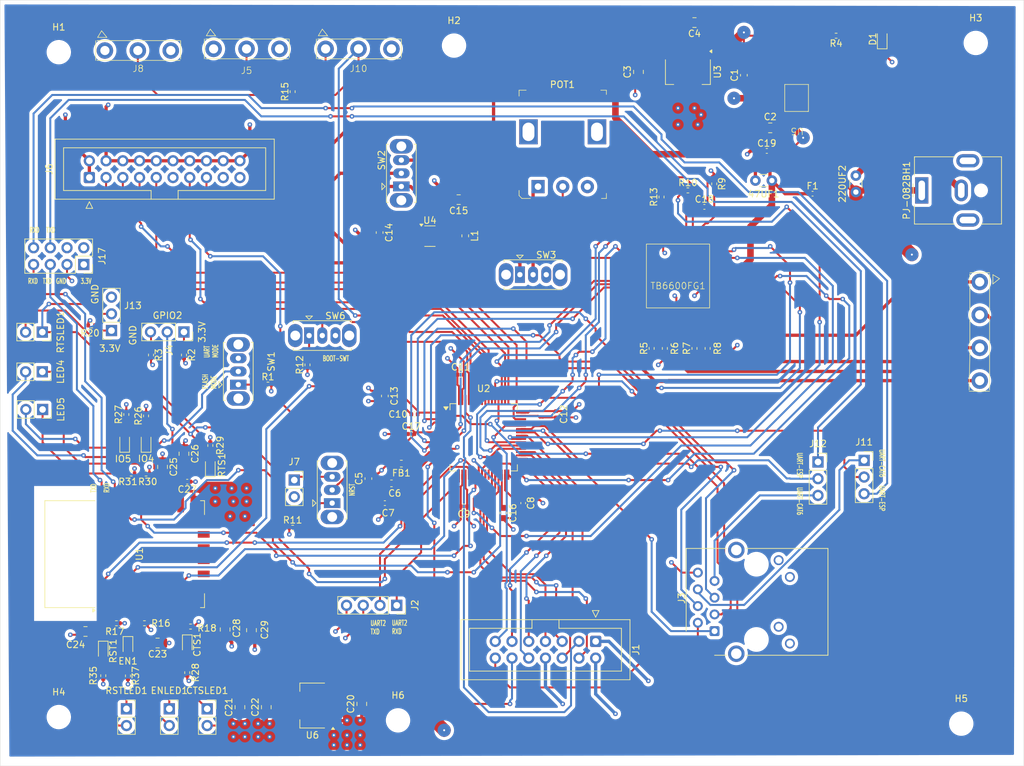
<source format=kicad_pcb>
(kicad_pcb (version 20240108) (generator "pcbnew") (generator_version "8.0")
  (layers (0 "F.Cu" signal) (1 "In1.Cu" signal) (2 "In2.Cu" signal) (31 "B.Cu" signal) (34 "B.Paste" user) (35 "F.Paste" user) (36 "B.SilkS" user "B.Silkscreen") (37 "F.SilkS" user "F.Silkscreen") (38 "B.Mask" user) (39 "F.Mask" user) (44 "Edge.Cuts" user))
  (net 0 "")
  (net 2 "GND")
  (net 3 "1.8V")
  (net 5 "Net-(POT1-S)")
  (net 6 "5V")
  (net 7 "/STM32F411RCT6/RJ45_4")
  (net 8 "/STM32F411RCT6/RJ45_5")
  (net 9 "/STM32F411RCT6/RJ45_1")
  (net 10 "/STM32F411RCT6/RJ45_3")
  (net 11 "/STM32F411RCT6/RJ45_2")
  (net 12 "Net-(J4-Pin_2)")
  (net 13 "Net-(J4-Pin_1)")
  (net 14 "Net-(POT1-CCW)")
  (net 15 "Net-(SW1-A)")
  (net 16 "/STM32F411RCT6/Valve_M0")
  (net 17 "/STM32F411RCT6/Valve_ALERT")
  (net 18 "3.3V")
  (net 19 "/STM32F411RCT6/Valve_CLK")
  (net 20 "/STM32F411RCT6/Valve_M2")
  (net 21 "/STM32F411RCT6/Valve_RST")
  (net 22 "Net-(J9-Pin_2)")
  (net 23 "/STM32F411RCT6/Valve_LATCH")
  (net 24 "/STM32F411RCT6/Valve_TQ")
  (net 25 "Net-(J9-Pin_3)")
  (net 26 "/STM32F411RCT6/Valve_CCW")
  (net 27 "Net-(J9-Pin_1)")
  (net 28 "/STM32F411RCT6/Valve_M3")
  (net 29 "Net-(J9-Pin_4)")
  (net 30 "/STM32F411RCT6/Valve_M1")
  (net 31 "/STM32F411RCT6/Valve_EN")
  (net 32 "/STM32F411RCT6/JTMS-SWDIO")
  (net 33 "3.3-ESPVCC")
  (net 34 "/STM32F411RCT6/USART1_TX")
  (net 36 "Net-(SW6-B)")
  (net 39 "3.3VA")
  (net 40 "/STM32F411RCT6/SPI2_MISO")
  (net 41 "/STM32F411RCT6/USART1_RX")
  (net 43 "Net-(J12-Pin_3)")
  (net 45 "/STM32F411RCT6/SPI2_MOSI")
  (net 46 "/STM32F411RCT6/USART2_RX")
  (net 47 "/STM32F411RCT6/OneWire")
  (net 48 "/STM32F411RCT6/JTDI")
  (net 50 "Net-(J11-Pin_1)")
  (net 52 "/STM32F411RCT6/NRST")
  (net 53 "/STM32F411RCT6/JTCK-SWCLK")
  (net 54 "/STM32F411RCT6/USART2_TX")
  (net 55 "Net-(J4-Pin_3)")
  (net 56 "/STM32F411RCT6/SPI2_SCK")
  (net 57 "Net-(U2-VCAP1)")
  (net 58 "/STM32F411RCT6/NJRST")
  (net 61 "/ESP-12E/RST")
  (net 62 "/STM32F411RCT6/JTDO")
  (net 64 "Net-(SW2-B)")
  (net 65 "Net-(U4-SW)")
  (net 66 "Net-(TB6600FG1-Vreg)")
  (net 67 "Net-(D1-A)")
  (net 71 "Net-(J7-Pin_1)")
  (net 72 "Net-(SW1-B)")
  (net 73 "Net-(R5-Pad2)")
  (net 74 "Net-(R6-Pad2)")
  (net 75 "Net-(R7-Pad2)")
  (net 76 "Net-(R8-Pad2)")
  (net 77 "Net-(TB6600FG1-OSC)")
  (net 78 "Net-(SW5-A)")
  (net 79 "Net-(SW6-A)")
  (net 108 "/ESP-12E/EN")
  (net 110 "/STM32F411RCT6/LCD_CS")
  (net 111 "/STM32F411RCT6/LCD_T_CS")
  (net 112 "/STM32F411RCT6/LCD_T_DO")
  (net 113 "/STM32F411RCT6/LCD_RST")
  (net 114 "/STM32F411RCT6/LCD_T_DIN")
  (net 116 "/STM32F411RCT6/LCD_T_CLK")
  (net 117 "/STM32F411RCT6/LCD_T_IRQ")
  (net 118 "/STM32F411RCT6/LCD_DC")
  (net 119 "Net-(47UF1-Pad1)")
  (net 121 "/ESP-12E/CTS")
  (net 122 "Net-(J17-Pin_5)")
  (net 123 "/ESP-12E/RTS")
  (net 127 "Net-(J17-Pin_7)")
  (net 128 "/ESP-12E/TXD")
  (net 129 "/ESP-12E/RXD")
  (net 132 "Net-(CTS1-A)")
  (net 133 "Net-(CTS1-K)")
  (net 134 "Net-(IO4-K)")
  (net 135 "Net-(IO4-A)")
  (net 136 "Net-(IO5-A)")
  (net 137 "Net-(IO5-K)")
  (net 138 "Net-(RTS1-A)")
  (net 139 "Net-(RTS1-K)")
  (net 140 "Net-(EN1-A)")
  (net 141 "Net-(EN1-K)")
  (net 142 "Net-(RST1-A)")
  (net 143 "Net-(RST1-K)")
  (net 144 "/ESP-12E/IO4")
  (net 145 "/ESP-12E/IO5")
  (net 146 "+12V")
  (net 147 "Net-(J13-Pin_1)")
  (footprint "Capacitor_SMD:C_0402_1005Metric" (layer "F.Cu") (at 150 97 -90)
    (property "Reference" "C12")
    (property "Value" "100nF")
  )
  (footprint "Capacitor_SMD:C_0805_2012Metric" (layer "F.Cu") (at 93.5 103 -90)
    (property "Reference" "C26")
    (property "Value" "100nF")
  )
  (footprint "Capacitor_SMD:C_0805_2012Metric" (layer "F.Cu") (at 102 141.5 90)
    (property "Reference" "C21")
    (property "Value" "22uF")
  )
  (footprint "Resistor_SMD:R_0402_1005Metric" (layer "F.Cu") (at 166.5 87 90)
    (property "Reference" "R6")
    (property "Value" "0.2 Ohm")
  )
  (footprint "Resistor_SMD:R_0402_1005Metric" (layer "F.Cu") (at 173 87 90)
    (property "Reference" "R8")
    (property "Value" "0.2 Ohm")
  )
  (footprint "Resistor_SMD:R_0402_1005Metric" (layer "F.Cu") (at 110 48 90)
    (property "Reference" "R15")
    (property "Value" "4.7K")
  )
  (footprint "Connector_IDC:IDC-Header_2x07_P2.54mm_Vertical" (layer "F.Cu") (at 156 131.5 -90)
    (property "Reference" "J1")
    (property "Value" "LCD")
  )
  (footprint "Resistor_SMD:R_0402_1005Metric" (layer "F.Cu") (at 166 64 90)
    (property "Reference" "R13")
    (property "Value" "30K")
  )
  (footprint "Library:TB6600FG" (layer "F.Cu") (at 169.5 83.75)
    (property "Reference" "TB6600FG1")
    (property "Value" "~")
  )
  (footprint "Connector_PinSocket_2.54mm:PinSocket_1x03_P2.54mm_Vertical" (layer "F.Cu") (at 93.5 84.5 -90)
    (property "Reference" "J4")
    (property "Value" "Conn_01x03_Pin")
  )
  (footprint "Button_Switch_THT:SW_Slide_SPDT_Straight_CK_OS102011MS2Q" (layer "F.Cu") (at 116 110.5 90)
    (property "Reference" "SW5" (hide yes))
    (property "Value" "SW_SPDT")
  )
  (footprint "Resistor_SMD:R_0402_1005Metric" (layer "F.Cu") (at 87.75 106)
    (property "Reference" "R30")
    (property "Value" "1K5")
  )
  (footprint "Connector_PinSocket_2.54mm:PinSocket_1x04_P2.54mm_Vertical" (layer "F.Cu") (at 125.8 126.025 -90)
    (property "Reference" "J2")
    (property "Value" "Conn_01x04_Pin")
  )
  (footprint "Capacitor_SMD:C_0805_2012Metric" (layer "F.Cu") (at 103.75 129.8 90)
    (property "Reference" "C29")
    (property "Value" "22UF")
  )
  (footprint "Resistor_SMD:R_0402_1005Metric" (layer "F.Cu") (at 94.5 129.25)
    (property "Reference" "R18")
    (property "Value" "1K5")
  )
  (footprint "Connector_PinSocket_2.54mm:PinSocket_1x03_P2.54mm_Vertical" (layer "F.Cu") (at 189.75 104.25)
    (property "Reference" "J12")
    (property "Value" "Conn_01x03_Pin")
  )
  (footprint "Capacitor_SMD:C_0603_1608Metric" (layer "F.Cu") (at 178.5 45.5 90)
    (property "Reference" "C1")
    (property "Value" "0.47uF")
  )
  (footprint "Capacitor_SMD:C_0402_1005Metric" (layer "F.Cu") (at 136 111 180)
    (property "Reference" "C9")
    (property "Value" "100nF")
  )
  (footprint "Fuse:Fuse_0402_1005Metric_Pad0.77x0.64mm_HandSolder" (layer "F.Cu") (at 188.9275 63.5)
    (property "Reference" "F1")
    (property "Value" "Fuse")
  )
  (footprint "LED_SMD:LED_0603_1608Metric" (layer "F.Cu") (at 199.5 40 90)
    (property "Reference" "D1")
    (property "Value" "LED")
  )
  (footprint "Resistor_SMD:R_0402_1005Metric" (layer "F.Cu") (at 110 114.25)
    (property "Reference" "R11")
    (property "Value" "10K")
  )
  (footprint "MountingHole:MountingHole_3.2mm_M3_DIN965" (layer "F.Cu") (at 134.5 41)
    (property "Reference" "H2")
    (property "Value" "MountingHole")
  )
  (footprint "Resistor_SMD:R_0402_1005Metric" (layer "F.Cu") (at 79.49 83.5 180)
    (property "Reference" "R20")
    (property "Value" "1K5")
  )
  (footprint "Capacitor_SMD:C_0805_2012Metric" (layer "F.Cu") (at 162.5 45 90)
    (property "Reference" "C3")
    (property "Value" "22uF")
  )
  (footprint "Capacitor_SMD:C_0402_1005Metric" (layer "F.Cu") (at 124 110.5)
    (property "Reference" "C7")
    (property "Value" "100nF")
  )
  (footprint "Button_Switch_THT:SW_Slide_SPDT_Straight_CK_OS102011MS2Q" (layer "F.Cu") (at 126.5 62.4 90)
    (property "Reference" "SW2")
    (property "Value" "SW_SPDT")
  )
  (footprint "Resistor_SMD:R_0402_1005Metric" (layer "F.Cu") (at 171 87 90)
    (property "Reference" "R7")
    (property "Value" "0.2 Ohm")
  )
  (footprint "Connector_PinSocket_2.54mm:PinSocket_1x02_P2.54mm_Vertical" (layer "F.Cu") (at 110.25 107)
    (property "Reference" "J7")
    (property "Value" "Conn_01x02_Pin")
  )
  (footprint "Capacitor_SMD:C_0805_2012Metric" (layer "F.Cu") (at 99.75 129.7 90)
    (property "Reference" "C28")
    (property "Value" "1UF")
  )
  (footprint "Capacitor_SMD:C_0603_1608Metric" (layer "F.Cu") (at 121.5 106.775 90)
    (property "Reference" "C5")
    (property "Value" "1uF")
  )
  (footprint "Capacitor_SMD:C_0805_2012Metric" (layer "F.Cu") (at 106 141.5 90)
    (property "Reference" "C22")
    (property "Value" "1UF")
  )
  (footprint "Capacitor_SMD:C_0402_1005Metric" (layer "F.Cu") (at 128 100)
    (property "Reference" "C17")
    (property "Value" "0.1uF")
  )
  (footprint "Capacitor_SMD:C_0805_2012Metric" (layer "F.Cu") (at 78.55 130)
    (property "Reference" "C24")
    (property "Value" "1UF")
  )
  (footprint "Connector_PinSocket_2.54mm:PinSocket_1x02_P2.54mm_Vertical" (layer "F.Cu") (at 91.275 141.75)
    (property "Reference" "ENLED1")
    (property "Value" "Conn_01x02_Pin")
  )
  (footprint "MountingHole:MountingHole_3.2mm_M3_DIN965" (layer "F.Cu") (at 74.5 143)
    (property "Reference" "H4")
    (property "Value" "MountingHole")
  )
  (footprint "Capacitor_SMD:C_0805_2012Metric" (layer "F.Cu") (at 90.25 105 -90)
    (property "Reference" "C25")
    (property "Value" "100nF")
  )
  (footprint "Capacitor_SMD:C_0603_1608Metric" (layer "F.Cu") (at 142 112 -90)
    (property "Reference" "C16")
    (property "Value" "2.2uF")
  )
  (footprint "MountingHole:MountingHole_3.2mm_M3_DIN965" (layer "F.Cu") (at 126 143.5)
    (property "Reference" "H6")
    (property "Value" "MountingHole")
  )
  (footprint "Capacitor_SMD:C_0805_2012Metric" (layer "F.Cu") (at 171 37.5 180)
    (property "Reference" "C4")
    (property "Value" "22uF")
  )
  (footprint "Capacitor_SMD:C_0805_2012Metric" (layer "F.Cu") (at 120.5 141 90)
    (property "Reference" "C20")
    (property "Value" "22uF")
  )
  (footprint "Capacitor_SMD:C_0402_1005Metric" (layer "F.Cu") (at 128.5 97 180)
    (property "Reference" "C10")
    (property "Value" "100nF")
  )
  (footprint "Resistor_SMD:R_0402_1005Metric" (layer "F.Cu") (at 174 62 -90)
    (property "Reference" "R9")
    (property "Value" "51K")
  )
  (footprint "Capacitor_SMD:C_0805_2012Metric" (layer "F.Cu") (at 182.5 53.5)
    (property "Reference" "C2")
    (property "Value" "10uF")
  )
  (footprint "Resistor_SMD:R_0402_1005Metric" (layer "F.Cu") (at 85 136.74 -90)
    (property "Reference" "R37")
    (property "Value" "1.5k")
  )
  (footprint "Capacitor_SMD:C_0402_1005Metric" (layer "F.Cu") (at 172.5 65.5)
    (property "Reference" "C18")
    (property "Value" "100nF")
  )
  (footprint "Connector_PinSocket_2.54mm:PinSocket_1x03_P2.54mm_Vertical" (layer "F.Cu") (at 82.5 84.29 180)
    (property "Reference" "J13")
    (property "Value" "Conn_01x03_Pin")
  )
  (footprint "Inductor_SMD:L_0603_1608Metric_Pad1.05x0.95mm_HandSolder" (layer "F.Cu") (at 136.2025 69.9 -90)
    (property "Reference" "L1")
    (property "Value" "L")
  )
  (footprint "Connector_PinSocket_2.54mm:PinSocket_1x02_P2.54mm_Vertical" (layer "F.Cu") (at 97.025 141.75)
    (property "Reference" "CTSLED1")
    (property "Value" "Conn_01x02_Pin")
  )
  (footprint "Resistor_SMD:R_0402_1005Metric" (layer "F.Cu") (at 106.25 92.5)
    (property "Reference" "R1")
    (property "Value" "10K")
  )
  (footprint "RF_Module:ESP-12E" (layer "F.Cu") (at 84.5 118.25 90)
    (property "Reference" "U1")
    (property "Value" "ESP-12E")
  )
  (footprint "Capacitor_SMD:C_0805_2012Metric" (layer "F.Cu") (at 135.2025 64.4 180)
    (property "Reference" "C15")
    (property "Value" "10uF")
  )
  (footprint "Inductor_SMD:L_0603_1608Metric" (layer "F.Cu") (at 126.5 104.5 180)
    (property "Reference" "FB1")
    (property "Value" "FerriteBead")
  )
  (footprint "Capacitor_SMD:C_0402_1005Metric" (layer "F.Cu") (at 145 110.5 -90)
    (property "Reference" "C8")
    (property "Value" "100nF")
  )
  (footprint "Resistor_SMD:R_0402_1005Metric" (layer "F.Cu") (at 112.25 89.5 90)
    (property "Reference" "R12")
    (property "Value" "10K")
  )
  (footprint "Library:SCREWCON-3PIN" (layer "F.Cu") (at 120 41.5 90)
    (property "Reference" "J10")
    (property "Value" "TSTAT_3")
  )
  (footprint "Package_QFP:LQFP-64_10x10mm_P0.5mm" (layer "F.Cu") (at 139 100.5)
    (property "Reference" "U2")
    (property "Value" "STM32F411RCTx")
  )
  (footprint "Connector_PinSocket_2.54mm:PinSocket_1x02_P2.54mm_Vertical" (layer "F.Cu") (at 72.04 96.275 -90)
    (property "Reference" "LED5")
    (property "Value" "Conn_01x02_Pin")
  )
  (footprint "Resistor_SMD:R_0402_1005Metric" (layer "F.Cu") (at 84.75 97.0375 90)
    (property "Reference" "R27")
    (property "Value" "1.5k")
  )
  (footprint "Connector_PinSocket_2.54mm:PinSocket_1x02_P2.54mm_Vertical" (layer "F.Cu") (at 72 84.525 -90)
    (property "Reference" "RTSLED1")
    (property "Value" "Conn_01x02_Pin")
  )
  (footprint "Library:SCREWCON-3PIN" (layer "F.Cu") (at 103 41.5 90)
    (property "Reference" "J5")
    (property "Value" "TSTAT_2")
  )
  (footprint "Package_TO_SOT_SMD:TSOT-23-5" (layer "F.Cu") (at 130.84 69.95)
    (property "Reference" "U4")
    (property "Value" "ADP2108AUJ-1.8")
  )
  (footprint "Resistor_SMD:R_0402_1005Metric" (layer "F.Cu") (at 87.5 128.75)
    (property "Reference" "R16")
    (property "Value" "1K5")
  )
  (footprint "Resistor_SMD:R_0402_1005Metric" (layer "F.Cu") (at 85.49 106)
    (property "Reference" "R31")
    (property "Value" "1K5")
  )
  (footprint "LED_SMD:LED_0603_1608Metric" (layer "F.Cu") (at 85 132.25 -90)
    (property "Reference" "EN1")
    (property "Value" "LED")
  )
  (footprint "LED_SMD:LED_0603_1608Metric" (layer "F.Cu") (at 94 132 -90)
    (property "Reference" "CTS1")
    (property "Value" "LED")
  )
  (footprint "LED_SMD:LED_0603_1608Metric" (layer "F.Cu") (at 81.25 132.9625 -90)
    (property "Reference" "RST1")
    (property "Value" "LED")
  )
  (footprint "LED_SMD:LED_0603_1608Metric" (layer "F.Cu") (at 97.5 105 90)
    (property "Reference" "RTS1")
    (property "Value" "LED")
  )
  (footprint "Resistor_SMD:R_0402_1005Metric" (layer "F.Cu") (at 93.5 88 -90)
    (property "Reference" "R2")
    (property "Value" "1K5")
  )
  (footprint "Connector_IDC:IDC-Header_2x10_P2.54mm_Vertical" (layer "F.Cu") (at 79.14 61.04 90)
    (property "Reference" "J6")
    (property "Value" "ST-LINK")
  )
  (footprint "Capacitor_SMD:C_0805_2012Metric" (layer "F.Cu") (at 89.5 131.75 180)
    (property "Reference" "C23")
    (property "Value" "100nF")
  )
  (footprint "Connector_PinSocket_2.54mm:PinSocket_1x02_P2.54mm_Vertical" (layer "F.Cu") (at 72 90.55 -90)
    (property "Reference" "LED4")
    (property "Value" "Conn_01x02_Pin")
  )
  (footprint "Button_Switch_THT:SW_Slide_SPDT_Straight_CK_OS102011MS2Q" (layer "F.Cu") (at 101.75 92.5 90)
    (property "Reference" "SW1")
    (property "Value" "SW_SPDT")
  )
  (footprint "Library:SCREWCON - 4PIN" (layer "F.Cu") (at 214.3 81.9)
    (property "Reference" "J9" (hide yes))
    (property "Value" "Screw_Terminal_01x04")
  )
  (footprint "Capacitor_THT:C_Disc_D3.0mm_W1.6mm_P2.50mm" (layer "F.Cu") (at 182.75 61.5 180)
    (property "Reference" "47UF1")
    (property "Value" "C_Polarized")
  )
  (footprint "Resistor_SMD:R_0402_1005Metric" (layer "F.Cu") (at 94 136.25 -90)
    (property "Reference" "R28")
    (property "Value" "1.5k")
  )
  (footprint "Capacitor_SMD:C_0402_1005Metric" (layer "F.Cu") (at 135.5 91)
    (property "Reference" "C11")
    (property "Value" "100nF")
  )
  (footprint "Capacitor_SMD:C_0603_1608Metric" (layer "F.Cu") (at 123.2025 69.4 -90)
    (property "Reference" "C14")
    (property "Value" "4.7uF")
  )
  (footprint "Connector_BarrelJack:BarrelJack_CUI_PJ-063AH_Horizontal" (layer "F.Cu") (at 205.5 63 90)
    (property "Reference" "PJ-082BH1")
    (property "Value" "~")
  )
  (footprint "Connector_PinSocket_2.54mm:PinSocket_1x03_P2.54mm_Vertical" (layer "F.Cu") (at 196.75 104)
    (property "Reference" "J11")
    (property "Value" "Conn_01x03_Pin")
  )
  (footprint "Library:R1501S050B-E2-FE" (layer "F.Cu") (at 186.5 49 180)
    (property "Reference" "U5")
    (property "Value" "~")
  )
  (footprint "Capacitor_SMD:C_0402_1005Metric" (layer "F.Cu") (at 181.98 57)
    (property "Reference" "C19")
    (property "Value" "100nF")
  )
  (footprint "Button_Switch_THT:SW_Slide_SPDT_Straight_CK_OS102011MS2Q" (layer "F.Cu") (at 144.5 75.7975)
    (property "Reference" "SW3")
    (property "Value" "SW_SPDT")
  )
  (footprint "MountingHole:MountingHole_3.2mm_M3_DIN965" (layer "F.Cu") (at 211.5 144)
    (property "Reference" "H5")
    (property "Value" "MountingHole")
  )
  (footprint "Resistor_SMD:R_0402_1005Metric" (layer "F.Cu") (at 81.25 136.7125 -90)
    (property "Reference" "R35")
    (property "Value" "1.5k")
  )
  (footprint "Package_TO_SOT_SMD:SOT-223-3_TabPin2" (layer "F.Cu") (at 170 45 -90)
    (property "Reference" "U3")
    (property "Value" "AMS1117-3.3" (hide yes))
  )
  (footprint "Capacitor_SMD:C_0603_1608Metric" (layer "F.Cu") (at 124 94.225 -90)
    (property "Reference" "C13")
    (property "Value" "4.7uF")
  )
  (footprint "Resistor_SMD:R_0402_1005Metric" (layer "F.Cu") (at 97.5 101.75 90)
    (property "Reference" "R29")
    (property "Value" "1.5k")
  )
  (footprint "Connector_RJ:RJ45_Cetus_J1B1211CCD_Horizontal" (layer "F.Cu") (at 174.05 129.945 90)
    (property "Reference" "J3")
    (property "Value" "RJ45")
  )
  (footprint "Capacitor_SMD:C_0402_1005Metric" (layer "F.Cu") (at 94 107.25 180)
    (property "Reference" "C27")
    (property "Value" "0.1uF")
  )
  (footprint "LED_SMD:LED_0603_1608Metric" (layer "F.Cu") (at 84.5 101.2875 90)
    (property "Reference" "IO5")
    (property "Value" "LED")
  )
  (footprint "Resistor_SMD:R_0402_1005Metric" (layer "F.Cu") (at 170 63)
    (property "Reference" "R10")
    (property "Value" "30K")
  )
  (footprint "Capacitor_THT:C_Disc_D3.0mm_W1.6mm_P2.50mm" (layer "F.Cu") (at 195.5 63.25 90)
    (property "Reference" "220UF2")
    (property "Value" "C_Polarized")
  )
  (footprint "Resistor_SMD:R_0402_1005Metric" (layer "F.Cu") (at 87.75 97.25 90)
    (property "Reference" "R26")
    (property "Value" "1.5k")
  )
  (footprint "MountingHole:MountingHole_3.2mm_M3_DIN965" (layer "F.Cu") (at 74.5 42)
    (property "Reference" "H1")
    (property "Value" "MountingHole")
  )
  (footprint "Resistor_SMD:R_0402_1005Metric" (layer "F.Cu") (at 88.5 88 -90)
    (property "Reference" "R3")
    (property "Value" "1K5")
  )
  (footprint "Connector_PinSocket_2.54mm:PinSocket_2x04_P2.54mm_Vertical" (layer "F.Cu") (at 78.29 74.25 -90)
    (property "Reference" "J17")
    (property "Value" "Conn_02x04_Odd_Even")
  )
  (footprint "digikey-footprints:Potentiometer_P120PK-Y25BR10K" (layer "F.Cu") (at 147.25 62.425)
    (property "Reference" "POT1")
    (property "Value" "P120PK-Y25BR10K")
  )
  (footprint "Library:SCREWCON-3PIN" (layer "F.Cu") (at 86.5 41.75 90)
    (property "Reference" "J8")
    (property "Value" "TSTAT_1")
  )
  (footprint "LED_SMD:LED_0603_1608Metric" (layer "F.Cu") (at 87.75 101.2875 90)
    (property "Reference" "IO4")
    (property "Value" "LED")
  )
  (footprint "Package_TO_SOT_SMD:SOT-223-3_TabPin2" (layer "F.Cu") (at 113 141.25 180)
    (property "Reference" "U6")
    (property "Value" "AMS1117-3.3")
  )
  (footprint "MountingHole:MountingHole_3.2mm_M3_DIN965" (layer "F.Cu") (at 213.7 40.6)
    (property "Reference" "H3")
    (property "Value" "MountingHole")
  )
  (footprint "Resistor_SMD:R_0402_1005Metric" (layer "F.Cu") (at 164.5 87 90)
    (property "Reference" "R5")
    (property "Value" "0.2 Ohm")
  )
  (footprint "Capacitor_SMD:C_0603_1608Metric" (layer "F.Cu") (at 125 107.5)
    (property "Reference" "C6")
    (property "Value" "1uF")
  )
  (footprint "Resistor_SMD:R_0402_1005Metric" (layer "F.Cu") (at 83.25 128.75)
    (property "Reference" "R17")
    (property "Value" "1K5")
  )
  (footprint "Resistor_SMD:R_0402_1005Metric" (layer "F.Cu") (at 192.5 39.5 180)
    (property "Reference" "R4")
    (property "Value" "1.5k")
  )
  (footprint "Button_Switch_THT:SW_Slide_SPDT_Straight_CK_OS102011MS2Q" (layer "F.Cu") (at 112.5 85.0475)
    (property "Reference" "SW6")
    (property "Value" "SW_SPDT")
  )
  (footprint "Connector_PinSocket_2.54mm:PinSocket_1x02_P2.54mm_Vertical" (layer "F.Cu") (at 84.775 141.75)
    (property "Reference" "RSTLED1")
    (property "Value" "Conn_01x02_Pin")
  )
  (gr_rect (start 65.6 34.1) (end 221 150.4) (stroke (width 0.05)) (fill none) (layer "Edge.Cuts"))
  (gr_text "3.3V" (at 82.25 87 0) (layer "F.SilkS") (effects (font (size 1 1))))
  (gr_text "GPIO2" (at 91 82 0) (layer "F.SilkS") (effects (font (size 1 1))))
  (gr_text "NRST" (at 119.5 109.5 90) (layer "F.SilkS") (effects (font (size 0.8 0.5) (thickness 0.125) (bold yes)) (justify left bottom)))
  (gr_text "RXD" (at 82.25 109 90) (layer "F.SilkS") (effects (font (size 0.8 0.5) (thickness 0.125) (bold yes)) (justify left bottom)))
  (gr_text "FLASH\nMODE" (at 98.5 93.25 90) (layer "F.SilkS") (effects (font (size 0.8 0.5) (thickness 0.125) (bold yes)) (justify left bottom)))
  (gr_text "UART-ESP" (at 186.5 102.75 270) (layer "F.SilkS") (effects (font (size 0.8 0.5) (thickness 0.125) (bold yes)) (justify left bottom)))
  (gr_text "GND" (at 85.75 85 90) (layer "F.SilkS") (effects (font (size 1 1))))
  (gr_text "GND" (at 80 78.75 90) (layer "F.SilkS") (effects (font (size 1 1))))
  (gr_text "TXD" (at 80.25 109 90) (layer "F.SilkS") (effects (font (size 0.8 0.5) (thickness 0.125) (bold yes)) (justify left bottom)))
  (gr_text "RXD" (at 70 69.5 0) (layer "F.SilkS") (effects (font (size 0.8 0.5) (thickness 0.125) (bold yes)) (justify left bottom)))
  (gr_text "UART-CAT6" (at 199 102.25 270) (layer "F.SilkS") (effects (font (size 0.8 0.5) (thickness 0.125) (bold yes)) (justify left bottom)))
  (gr_text "TXD" (at 72.5 69.5 0) (layer "F.SilkS") (effects (font (size 0.8 0.5) (thickness 0.125) (bold yes)) (justify left bottom)))
  (gr_text "BOOT-SWT" (at 114.5 89 0) (layer "F.SilkS") (effects (font (size 0.8 0.5) (thickness 0.125) (bold yes)) (justify left bottom)))
  (gr_text "UART-ESP" (at 199 107.75 270) (layer "F.SilkS") (effects (font (size 0.8 0.5) (thickness 0.125) (bold yes)) (justify left bottom)))
  (gr_text "UART\nMODE" (at 98.75 88.5 90) (layer "F.SilkS") (effects (font (size 0.8 0.5) (thickness 0.125) (bold yes)) (justify left bottom)))
  (gr_text "UART2\nTXD\n" (at 121.75 130.5 0) (layer "F.SilkS") (effects (font (size 0.8 0.5) (thickness 0.125) (bold yes)) (justify left bottom)))
  (gr_text "RXD" (at 69.75 77.25 0) (layer "F.SilkS") (effects (font (size 0.8 0.5) (thickness 0.125) (bold yes)) (justify left bottom)))
  (gr_text "TXD" (at 72 77.25 0) (layer "F.SilkS") (effects (font (size 0.8 0.5) (thickness 0.125) (bold yes)) (justify left bottom)))
  (gr_text "UART2\nRXD\n\n" (at 125 131.75 0) (layer "F.SilkS") (effects (font (size 0.8 0.5) (thickness 0.125) (bold yes)) (justify left bottom)))
  (gr_text "3.3V" (at 96.25 84.5 90) (layer "F.SilkS") (effects (font (size 1 1))))
  (gr_text "3.3V" (at 77.75 77.25 0) (layer "F.SilkS") (effects (font (size 0.8 0.5) (thickness 0.125) (bold yes)) (justify left bottom)))
  (gr_text "UART-CAT6" (at 186.5 108 270) (layer "F.SilkS") (effects (font (size 0.8 0.5) (thickness 0.125) (bold yes)) (justify left bottom)))
  (gr_text "GND\n" (at 74 77.25 0) (layer "F.SilkS") (effects (font (size 0.8 0.5) (thickness 0.125) (bold yes)) (justify left bottom)))
  (segment (start 123.52 112.48) (end 123 113) (width 0.3) (layer "F.Cu") (net 2))
  (segment (start 131.5 61.6475) (end 131.5 61.5) (width 0.5) (layer "F.Cu") (net 2))
  (segment (start 90.25 104.05) (end 90.25 103) (width 0.3) (layer "F.Cu") (net 2))
  (segment (start 168.25 79.25) (end 168 79) (width 0.3) (layer "F.Cu") (net 2))
  (segment (start 166.25 72.25) (end 166.5 72.5) (width 0.3) (layer "F.Cu") (net 2))
  (segment (start 166.5 88.5) (end 165.5 89.5) (width 0.3) (layer "F.Cu") (net 2))
  (segment (start 81.68 50.32) (end 82 50) (width 0.5) (layer "F.Cu") (net 2))
  (segment (start 143.205 112.775) (end 145 110.98) (width 0.3) (layer "F.Cu") (net 2))
  (segment (start 180.25 57.75) (end 180.25 61.5) (width 0.5) (layer "F.Cu") (net 2))
  (segment (start 77.1 130.5) (end 76.25 130.5) (width 0.3) (layer "F.Cu") (net 2))
  (segment (start 135.98 92.48) (end 135.98 91) (width 0.3) (layer "F.Cu") (net 2))
  (segment (start 120.72 126.025) (end 120.72 128.28) (width 0.3) (layer "F.Cu") (net 2))
  (segment (start 135.52 108.02) (end 135.52 111) (width 0.3) (layer "F.Cu") (net 2))
  (segment (start 166.5 87.51) (end 166.5 88.5) (width 0.3) (layer "F.Cu") (net 2))
  (segment (start 134.75 102.25) (end 135 102) (width 0.3) (layer "F.Cu") (net 2))
  (segment (start 189.1 49) (end 186.5 49) (width 1) (layer "F.Cu") (net 2))
  (segment (start 123.4275 69.95) (end 123.2025 70.175) (width 0.5) (layer "F.Cu") (net 2))
  (segment (start 162.5 45.95) (end 162 46.45) (width 0.3) (layer "F.Cu") (net 2))
  (segment (start 100.75 131.65) (end 100.75 132.25) (width 0.5) (layer "F.Cu") (net 2))
  (segment (start 176.49 87.51) (end 177.5 86.5) (width 0.3) (layer "F.Cu") (net 2))
  (segment (start 150 97.48) (end 152.98 97.48) (width 0.3) (layer "F.Cu") (net 2))
  (segment (start 144.675 97.25) (end 147.25 97.25) (width 0.3) (layer "F.Cu") (net 2))
  (segment (start 81.68 58.5) (end 81.68 50.32) (width 0.5) (layer "F.Cu") (net 2))
  (segment (start 136 93) (end 136 92.5) (width 0.3) (layer "F.Cu") (net 2))
  (segment (start 174 61.49) (end 174 60.5) (width 0.3) (layer "F.Cu") (net 2))
  (segment (start 164.5 87.51) (end 166.5 87.51) (width 0.3) (layer "F.Cu") (net 2))
  (segment (start 88.5 89.25) (end 88.75 89.5) (width 0.3) (layer "F.Cu") (net 2))
  (segment (start 172.3 41.85) (end 175.65 41.85) (width 1.5) (layer "F.Cu") (net 2))
  (segment (start 172.3 41.85) (end 172.3 37.85) (width 0.3) (layer "F.Cu") (net 2))
  (segment (start 147.25 97.25) (end 147.5 97.5) (width 0.3) (layer "F.Cu") (net 2))
  (segment (start 135.75 94.825) (end 135.75 93.25) (width 0.3) (layer "F.Cu") (net 2))
  (segment (start 207.5 59) (end 211.5 63) (width 1) (layer "F.Cu") (net 2))
  (segment (start 181.55 54.55) (end 183.5 56.5) (width 0.3) (layer "F.Cu") (net 2))
  (segment (start 120.675 70.175) (end 119.5 69) (width 0.5) (layer "F.Cu") (net 2))
  (segment (start 189.1 49) (end 189.1 47.095) (width 1) (layer "F.Cu") (net 2))
  (segment (start 142 112.775) (end 142 113) (width 0.3) (layer "F.Cu") (net 2))
  (segment (start 178.5 44.725) (end 178.5 39) (width 0.3) (layer "F.Cu") (net 2))
  (segment (start 99.75 130.65) (end 100.75 131.65) (width 0.5) (layer "F.Cu") (net 2))
  (segment (start 75.75 74.25) (end 75.75 76) (width 0.3) (layer "F.Cu") (net 2))
  (segment (start 175.65 41.85) (end 178.5 39) (width 1.5) (layer "F.Cu") (net 2))
  (segment (start 135.75 107.75) (end 135.5 108) (width 0.3) (layer "F.Cu") (net 2))
  (segment (start 75.75 76) (end 76.5 76.75) (width 0.3) (layer "F.Cu") (net 2))
  (segment (start 186.5 49) (end 186.5 54) (width 1) (layer "F.Cu") (net 2))
  (segment (start 94 137.25) (end 94.25 137.5) (width 0.3) (layer "F.Cu") (net 2))
  (segment (start 90.45 131.75) (end 91.25 131.75) (width 0.3) (layer "F.Cu") (net 2))
  (segment (start 174.5 78.25) (end 171.75 78.25) (width 0.3) (layer "F.Cu") (net 2))
  (segment (start 172.3 37.85) (end 171.95 37.5) (width 0.3) (layer "F.Cu") (net 2))
  (segment (start 87.75 96.74) (end 87.75 95.75) (width 0.3) (layer "F.Cu") (net 2))
  (segment (start 124.225 107.5) (end 123.52 108.205) (width 0.3) (layer "F.Cu") (net 2))
  (segment (start 172.98 65.5) (end 172.98 61.52) (width 0.3) (layer "F.Cu") (net 2))
  (segment (start 142.25 108.539999) (end 144.690001 110.98) (width 0.3) (layer "F.Cu") (net 2))
  (segment (start 93.5 101.25) (end 93.75 101) (width 0.3) (layer "F.Cu") (net 2))
  (segment (start 85 137.25) (end 85 138) (width 0.3) (layer "F.Cu") (net 2))
  (segment (start 135.98 91) (end 135.98 88.98) (width 0.3) (layer "F.Cu") (net 2))
  (segment (start 133.325 102.25) (end 134.75 102.25) (width 0.3) (layer "F.Cu") (net 2))
  (segment (start 179 39.5) (end 178.5 39) (width 0.3) (layer "F.Cu") (net 2))
  (segment (start 135.98 88.98) (end 134 87) (width 0.3) (layer "F.Cu") (net 2))
  (segment (start 121.5 107.55) (end 124.175 107.55) (width 0.3) (layer "F.Cu") (net 2))
  (segment (start 174 60.5) (end 173.5 60) (width 0.3) (layer "F.Cu") (net 2))
  (segment (start 171.51 121.055) (end 169.055 121.055) (width 0.3) (layer "F.Cu") (net 2))
  (segment (start 104.25 131.25) (end 104.25 132.75) (width 0.5) (layer "F.Cu") (net 2))
  (segment (start 195.5 60.75) (end 197.25 59) (width 1) (layer "F.Cu") (net 2))
  (segment (start 77.6 130) (end 77.1 130.5) (width 0.3) (layer "F.Cu") (net 2))
  (segment (start 181.5 57) (end 181 57) (width 0.5) (layer "F.Cu") (net 2))
  (segment (start 103.5 57) (end 103.5 53) (width 0.5) (layer "F.Cu") (net 2))
  (segment (start 81.68 58.5) (end 102 58.5) (width 0.5) (layer "F.Cu") (net 2))
  (segment (start 166.25 70) (end 166.25 72.25) (width 0.3) (layer "F.Cu") (net 2))
  (segment (start 168.25 82) (end 168.25 79.25) (width 0.3) (layer "F.Cu") (net 2))
  (segment (start 135.75 106.175) (end 135.75 107.75) (width 0.3) (layer "F.Cu") (net 2))
  (segment (start 183.5 56.5) (end 186 56.5) (width 0.3) (layer "F.Cu") (net 2))
  (segment (start 124.175 107.55) (end 124.225 107.5) (width 0.3) (layer "F.Cu") (net 2))
  (segment (start 147.5 97.5) (end 148 97.5) (width 0.3) (layer "F.Cu") (net 2))
  (segment (start 124 95) (end 121.5 95) (width 0.3) (layer "F.Cu") (net 2))
  (segment (start 102 58.5) (end 103.5 57) (width 0.5) (layer "F.Cu") (net 2))
  (segment (start 135.52 111) (end 135.52 112.98) (width 0.3) (layer "F.Cu") (net 2))
  (segment (start 183.9 49) (end 177 49) (width 1) (layer "F.Cu") (net 2))
  (segment (start 128 97) (end 126 95) (width 0.3) (layer "F.Cu") (net 2))
  (segment (start 136 92.5) (end 135.98 92.48) (width 0.3) (layer "F.Cu") (net 2))
  (segment (start 135.75 93.25) (end 136 93) (width 0.3) (layer "F.Cu") (net 2))
  (segment (start 186 56.5) (end 187.5 55) (width 0.3) (layer "F.Cu") (net 2))
  (segment (start 197.25 59) (end 207.5 59) (width 1) (layer "F.Cu") (net 2))
  (segment (start 162 46.45) (end 162 48.5) (width 0.3) (layer "F.Cu") (net 2))
  (segment (start 148 97.5) (end 148.02 97.48) (width 0.3) (layer "F.Cu") (net 2))
  (segment (start 129.7025 69.95) (end 123.4275 69.95) (width 0.5) (layer "F.Cu") (net 2))
  (segment (start 144.690001 110.98) (end 145 110.98) (width 0.3) (layer "F.Cu") (net 2))
  (segment (start 142 113) (end 143.5 114.5) (width 0.3) (layer "F.Cu") (net 2))
  (segment (start 127.52 100) (end 124 100) (width 0.3) (layer "F.Cu") (net 2))
  (segment (start 132.2025 58.4) (end 126.5 58.4) (width 0.5) (layer "F.Cu") (net 2))
  (segment (start 148.02 97.48) (end 150 97.48) (width 0.3) (layer "F.Cu") (net 2))
  (segment (start 172.98 61.52) (end 174 60.5) (width 0.3) (layer "F.Cu") (net 2))
  (segment (start 181 57) (end 180.25 57.75) (width 0.5) (layer "F.Cu") (net 2))
  (segment (start 97.5 101.24) (end 97.5 100.5) (width 0.3) (layer "F.Cu") (net 2))
  (segment (start 120.72 128.28) (end 118 131) (width 0.3) (layer "F.Cu") (net 2))
  (segment (start 169.055 121.055) (end 167.5 119.5) (width 0.3) (layer "F.Cu") (net 2))
  (segment (start 88.5 88.51) (end 88.5 89.25) (width 0.3) (layer "F.Cu") (net 2))
  (segment (start 173 87.51) (end 176.49 87.51) (width 0.3) (layer "F.Cu") (net 2))
  (segment (start 134.2525 64.4) (end 131.5 61.6475) (width 0.5) (layer "F.Cu") (net 2))
  (segment (start 135.52 112.98) (end 134.5 114) (width 0.3) (layer "F.Cu") (net 2))
  (segment (start 152.98 97.48) (end 153 97.5) (width 0.3) (layer "F.Cu") (net 2))
  (segment (start 135.5 108) (end 135.52 108.02) (width 0.3) (layer "F.Cu") (net 2))
  (segment (start 123.52 110.5) (end 123.52 112.48) (width 0.3) (layer "F.Cu") (net 2))
  (segment (start 128.02 97) (end 128 97) (width 0.3) (layer "F.Cu") (net 2))
  (segment (start 186.5 49) (end 183.9 49) (width 1) (layer "F.Cu") (net 2))
  (segment (start 181.5 57) (end 179.5 57) (width 0.5) (layer "F.Cu") (net 2))
  (segment (start 94 136.76) (end 94 137.25) (width 0.3) (layer "F.Cu") (net 2))
  (segment (start 173 87.51) (end 171 87.51) (width 0.3) (layer "F.Cu") (net 2))
  (segment (start 84.75 96.5275) (end 84.75 95.5) (width 0.3) (layer "F.Cu") (net 2))
  (segment (start 191.99 39.5) (end 179 39.5) (width 0.3) (layer "F.Cu") (net 2))
  (segment (start 123.2025 70.175) (end 120.675 70.175) (width 0.5) (layer "F.Cu") (net 2))
  (segment (start 123.52 108.205) (end 123.52 110.5) (width 0.3) (layer "F.Cu") (net 2))
  (segment (start 179.5 57) (end 179 57.5) (width 0.5) (layer "F.Cu") (net 2))
  (segment (start 93.5 102.05) (end 93.5 101.25) (width 0.3) (layer "F.Cu") (net 2))
  (segment (start 186.5 54) (end 187.5 55) (width 1) (layer "F.Cu") (net 2))
  (segment (start 171.75 78.25) (end 171 79) (width 0.3) (layer "F.Cu") (net 2))
  (segment (start 181.55 53.5) (end 181.55 54.55) (width 0.3) (layer "F.Cu") (net 2))
  (segment (start 94.5 107.25) (end 95.25 107.25) (width 0.3) (layer "F.Cu") (net 2))
  (segment (start 81.25 137.2225) (end 81.25 138) (width 0.3) (layer "F.Cu") (net 2))
  (segment (start 112.25 90.01) (end 112.25 91) (width 0.3) (layer "F.Cu") (net 2))
  (segment (start 126 95) (end 124 95) (width 0.3) (layer "F.Cu") (net 2))
  (segment (start 142 112.775) (end 143.205 112.775) (width 0.3) (layer "F.Cu") (net 2))
  (segment (start 134.2525 64.4) (end 134.2525 60.45) (width 0.5) (layer "F.Cu") (net 2))
  (segment (start 142.25 106.175) (end 142.25 108.539999) (width 0.3) (layer "F.Cu") (net 2))
  (segment (start 103.75 130.75) (end 104.25 131.25) (width 0.5) (layer "F.Cu") (net 2))
  (segment (start 134.2525 60.45) (end 132.2025 58.4) (width 0.5) (layer "F.Cu") (net 2))
  (via (at 135 102) (size 0.7) (drill 0.3) (layers "F.Cu" "B.Cu") (net 2))
  (via (at 100.75 132.25) (size 0.7) (drill 0.3) (layers "F.Cu" "B.Cu") (net 2))
  (via (at 121.5 95) (size 0.7) (drill 0.3) (layers "F.Cu" "B.Cu") (net 2))
  (via (at 101 146) (size 0.7) (drill 0.3) (layers "F.Cu" "B.Cu") (net 2))
  (via (at 134.5 114) (size 0.7) (drill 0.3) (layers "F.Cu" "B.Cu") (net 2))
  (via (at 97.5 100.5) (size 0.7) (drill 0.3) (layers "F.Cu" "B.Cu") (net 2))
  (via (at 173.5 60) (size 0.7) (drill 0.3) (layers "F.Cu" "B.Cu") (net 2))
  (via (at 120.25 147.25) (size 0.7) (drill 0.3) (layers "F.Cu" "B.Cu") (net 2))
  (via (at 84.75 95.5) (size 0.7) (drill 0.3) (layers "F.Cu" "B.Cu") (net 2))
  (via (at 118.25 143.5) (size 0.7) (drill 0.3) (layers "F.Cu" "B.Cu") (net 2))
  (via (at 103 110.25) (size 0.7) (drill 0.3) (layers "F.Cu" "B.Cu") (net 2))
  (via (at 101 144) (size 0.7) (drill 0.3) (layers "F.Cu" "B.Cu") (net 2))
  (via (at 98.25 108.25) (size 0.7) (drill 0.3) (layers "F.Cu" "B.Cu") (net 2))
  (via (at 119.5 69) (size 0.7) (drill 0.3) (layers "F.Cu" "B.Cu") (net 2))
  (via (at 112.25 91) (size 0.7) (drill 0.3) (layers "F.Cu" "B.Cu") (net 2))
  (via (at 91.25 131.75) (size 0.7) (drill 0.3) (layers "F.Cu" "B.Cu") (net 2))
  (via (at 178.5 39) (size 2) (drill 0.3) (layers "F.Cu" "B.Cu") (net 2))
  (via (at 159 142.5) (size 0.7) (drill 0.3) (layers "F.Cu" "B.Cu") (net 2))
  (via (at 76.25 130.5) (size 0.7) (drill 0.3) (layers "F.Cu" "B.Cu") (net 2))
  (via (at 104.75 144) (size 0.7) (drill 0.3) (layers "F.Cu" "B.Cu") (net 2))
  (via (at 153 97.5) (size 0.7) (drill 0.3) (layers "F.Cu" "B.Cu") (net 2))
  (via (at 116.25 145.75) (size 0.7) (drill 0.3) (layers "F.Cu" "B.Cu") (net 2))
  (via (at 102.75 146) (size 0.7) (drill 0.3) (layers "F.Cu" "B.Cu") (net 2))
  (via (at 95.25 107.25) (size 0.7) (drill 0.3) (layers "F.Cu" "B.Cu") (net 2))
  (via (at 166.5 72.5) (size 0.7) (drill 0.3) (layers "F.Cu" "B.Cu") (net 2))
  (via (at 167.5 119.5) (size 0.7) (drill 0.3) (layers "F.Cu" "B.Cu") (net 2))
  (via (at 102.75 144) (size 0.7) (drill 0.3) (layers "F.Cu" "B.Cu") (net 2))
  (via (at 118.25 145.75) (size 0.7) (drill 0.3) (layers "F.Cu" "B.Cu") (net 2))
  (via (at 102.75 112.5) (size 0.7) (drill 0.3) (layers "F.Cu" "B.Cu") (net 2))
  (via (at 124 100) (size 0.7) (drill 0.3) (layers "F.Cu" "B.Cu") (net 2))
  (via (at 118 131) (size 0.7) (drill 0.3) (layers "F.Cu" "B.Cu") (net 2))
  (via (at 171 79) (size 0.7) (drill 0.3) (layers "F.Cu" "B.Cu") (net 2))
  (via (at 162 48.5) (size 0.7) (drill 0.3) (layers "F.Cu" "B.Cu") (net 2))
  (via (at 104.25 132.75) (size 0.7) (drill 0.3) (layers "F.Cu" "B.Cu") (net 2))
  (via (at 103 108.25) (size 0.7) (drill 0.3) (layers "F.Cu" "B.Cu") (net 2))
  (via (at 88.75 89.5) (size 0.7) (drill 0.3) (layers "F.Cu" "B.Cu") (net 2))
  (via (at 103.5 53) (size 0.7) (drill 0.3) (layers "F.Cu" "B.Cu") (net 2))
  (via (at 106.5 146) (size 0.7) (drill 0.3) (layers "F.Cu" "B.Cu") (net 2))
  (via (at 98.25 110.25) (size 0.7) (drill 0.3) (layers "F.Cu" "B.Cu") (net 2))
  (via (at 81.25 138) (size 0.7) (drill 0.3) (layers "F.Cu" "B.Cu") (net 2))
  (via (at 76.5 76.75) (size 0.7) (drill 0.3) (layers "F.Cu" "B.Cu") (net 2))
  (via (at 116.25 147.25) (size 0.7) (drill 0.3) (layers "F.Cu" "B.Cu") (net 2))
  (via (at 118.25 147.25) (size 0.7) (drill 0.3) (layers "F.Cu" "B.Cu") (net 2))
  (via (at 120.25 145.75) (size 0.7) (drill 0.3) (layers "F.Cu" "B.Cu") (net 2))
  (via (at 100.75 108.25) (size 0.7) (drill 0.3) (layers "F.Cu" "B.Cu") (net 2))
  (via (at 187.5 55) (size 2) (drill 0.3) (layers "F.Cu" "B.Cu") (net 2))
  (via (at 87.75 95.75) (size 0.7) (drill 0.3) (layers "F.Cu" "B.Cu") (net 2))
  (via (at 104.75 146) (size 0.7) (drill 0.3) (layers "F.Cu" "B.Cu") (net 2))
  (via (at 123 113) (size 0.7) (drill 0.3) (layers "F.Cu" "B.Cu") (net 2))
  (via (at 106.5 144) (size 0.7) (drill 0.3) (layers "F.Cu" "B.Cu") (net 2))
  (via (at 131.5 61.5) (size 0.7) (drill 0.3) (layers "F.Cu" "B.Cu") (net 2))
  (via (at 179 57.5) (size 0.7) (drill 0.3) (layers "F.Cu" "B.Cu") (net 2))
  (via (at 93.75 101) (size 0.7) (drill 0.3) (layers "F.Cu" "B.Cu") (net 2))
  (via (at 120.25 143.5) (size 0.7) (drill 0.3) (layers "F.Cu" "B.Cu") (net 2))
  (via (at 85 138) (size 0.7) (drill 0.3) (layers "F.Cu" "B.Cu") (net 2))
  (via (at 143.5 114.5) (size 0.7) (drill 0.3) (layers "F.Cu" "B.Cu") (net 2))
  (via (at 177 49) (size 2) (drill 0.3) (layers "F.Cu" "B.Cu") (net 2))
  (via (at 100.5 112.5) (size 0.7) (drill 0.3) (layers "F.Cu" "B.Cu") (net 2))
  (via (at 82 50) (size 0.7) (drill 0.3) (layers "F.Cu" "B.Cu") (net 2))
  (via (at 101 110.25) (size 0.7) (drill 0.3) (layers "F.Cu" "B.Cu") (net 2))
  (via (at 90.25 103) (size 0.7) (drill 0.3) (layers "F.Cu" "B.Cu") (net 2))
  (via (at 165.5 89.5) (size 0.7) (drill 0.3) (layers "F.Cu" "B.Cu") (net 2))
  (via (at 168 79) (size 0.7) (drill 0.3) (layers "F.Cu" "B.Cu") (net 2))
  (via (at 177.5 86.5) (size 0.7) (drill 0.3) (layers "F.Cu" "B.Cu") (net 2))
  (via (at 94.25 137.5) (size 0.7) (drill 0.3) (layers "F.Cu" "B.Cu") (net 2))
  (via (at 134 87) (size 0.7) (drill 0.3) (layers "F.Cu" "B.Cu") (net 2))
  (segment (start 156 134.04) (end 156 139.5) (width 0.5) (layer "B.Cu") (net 2))
  (segment (start 156 139.5) (end 159 142.5) (width 0.5) (layer "B.Cu") (net 2))
  (segment (start 136.2025 70.775) (end 132.1025 70.775) (width 0.5) (layer "F.Cu") (net 3))
  (segment (start 131.9775 72.4775) (end 131.9775 70.9) (width 0.5) (layer "F.Cu") (net 3))
  (segment (start 136.1525 59.1525) (end 131 54) (width 0.5) (layer "F.Cu") (net 3))
  (segment (start 131 74) (end 132 73) (width 0.5) (layer "F.Cu") (net 3))
  (segment (start 144.5 74.0475) (end 144.5 75.7975) (width 0.5) (layer "F.Cu") (net 3))
  (segment (start 136.1525 64.4) (end 136.1525 59.1525) (width 0.5) (layer "F.Cu") (net 3))
  (segment (start 141.2275 70.775) (end 144.5 74.0475) (width 0.5) (layer "F.Cu") (net 3))
  (segment (start 113 71.5) (end 115.5 74) (width 0.5) (layer "F.Cu") (net 3))
  (segment (start 132.1025 70.775) (end 131.9775 70.9) (width 0.5) (layer "F.Cu") (net 3))
  (segment (start 136.2025 70.775) (end 141.2275 70.775) (width 0.5) (layer "F.Cu") (net 3))
  (segment (start 131 54) (end 118 54) (width 0.5) (layer "F.Cu") (net 3))
  (segment (start 132 72.5) (end 131.9775 72.4775) (width 0.5) (layer "F.Cu") (net 3))
  (segment (start 113 59) (end 113 71.5) (width 0.5) (layer "F.Cu") (net 3))
  (segment (start 132 73) (end 132 72.5) (width 0.5) (layer "F.Cu") (net 3))
  (segment (start 115.5 74) (end 131 74) (width 0.5) (layer "F.Cu") (net 3))
  (segment (start 118 54) (end 113 59) (width 0.5) (layer "F.Cu") (net 3))
  (segment (start 154.75 73.25) (end 162.5 73.25) (width 0.3) (layer "F.Cu") (net 5))
  (segment (start 151 69.5) (end 154.75 73.25) (width 0.3) (layer "F.Cu") (net 5))
  (segment (start 151 62.425) (end 151 69.5) (width 0.3) (layer "F.Cu") (net 5))
  (segment (start 167.7 41.85) (end 164.35 38.5) (width 0.5) (layer "F.Cu") (net 6))
  (segment (start 181.095 50.905) (end 174.5 57.5) (width 1) (layer "F.Cu") (net 6))
  (segment (start 183.9 53.05) (end 183.45 53.5) (width 0.3) (layer "F.Cu") (net 6))
  (segment (start 121.7025 62.4) (end 126.5 62.4) (width 0.5) (layer "F.Cu") (net 6))
  (segment (start 120.7025 66.9) (end 120.7025 63.4) (width 0.5) (layer "F.Cu") (net 6))
  (segment (start 127.9 62.4) (end 126.5 62.4) (width 0.5) (layer "F.Cu") (net 6))
  (segment (start 159 52) (end 159 43.5) (width 1) (layer "F.Cu") (net 6))
  (segment (start 140.5 64) (end 137.5 67) (width 0.5) (layer "F.Cu") (net 6))
  (segment (start 123.2025 68.625) (end 122.4275 68.625) (width 0.5) (layer "F.Cu") (net 6))
  (segment (start 162.5 44.05) (end 163 43.55) (width 0.3) (layer "F.Cu") (net 6))
  (segment (start 163 41.85) (end 167.7 41.85) (width 1) (layer "F.Cu") (net 6))
  (segment (start 120.7025 63.4) (end 121.7025 62.4) (width 0.5) (layer "F.Cu") (net 6))
  (segment (start 147 38.5) (end 140.5 45) (width 0.5) (layer "F.Cu") (net 6))
  (segment (start 164.35 38.5) (end 147 38.5) (width 0.5) (layer "F.Cu") (net 6))
  (segment (start 132.5 67) (end 127.9 62.4) (width 0.5) (layer "F.Cu") (net 6))
  (segment (start 174.5 57.5) (end 164.5 57.5) (width 1) (layer "F.Cu") (net 6))
  (segment (start 183.9 50.905) (end 183.9 53.05) (width 0.3) (layer "F.Cu") (net 6))
  (segment (start 183.9 50.905) (end 181.095 50.905) (width 1) (layer "F.Cu") (net 6))
  (segment (start 164.5 57.5) (end 159 52) (width 1) (layer "F.Cu") (net 6))
  (segment (start 159 43.5) (end 160.65 41.85) (width 1) (layer "F.Cu") (net 6))
  (segment (start 140.5 45) (end 140.5 64) (width 0.5) (layer "F.Cu") (net 6))
  (segment (start 123.5775 69) (end 123.2025 68.625) (width 0.5) (layer "F.Cu") (net 6))
  (segment (start 122.4275 68.625) (end 120.7025 66.9) (width 0.5) (layer "F.Cu") (net 6))
  (segment (start 137.5 67) (end 132.5 67) (width 0.5) (layer "F.Cu") (net 6))
  (segment (start 129.7025 69) (end 123.5775 69) (width 0.5) (layer "F.Cu") (net 6))
  (segment (start 160.65 41.85) (end 163 41.85) (width 1) (layer "F.Cu") (net 6))
  (segment (start 163 43.55) (end 163 41.85) (width 0.3) (layer "F.Cu") (net 6))
  (segment (start 130.25 97.75) (end 130 98) (width 0.3) (layer "F.Cu") (net 7))
  (segment (start 133.325 97.75) (end 130.25 97.75) (width 0.3) (layer "F.Cu") (net 7))
  (segment (start 159 90) (end 174 105) (width 0.3) (layer "F.Cu") (net 7))
  (segment (start 145.5 86) (end 145.5 89.5) (width 0.3) (layer "F.Cu") (net 7))
  (segment (start 145.5 89.5) (end 146 90) (width 0.3) (layer "F.Cu") (net 7))
  (segment (start 146 90) (end 159 90) (width 0.3) (layer "F.Cu") (net 7))
  (segment (start 143.5 84) (end 145.5 86) (width 0.3) (layer "F.Cu") (net 7))
  (segment (start 174 105) (end 175 105) (width 0.3) (layer "F.Cu") (net 7))
  (via (at 143.5 84) (size 0.7) (drill 0.3) (layers "F.Cu" "B.Cu") (net 7))
  (via (at 130 98) (size 0.7) (drill 0.3) (layers "F.Cu" "B.Cu") (net 7))
  (via (at 175 105) (size 0.7) (drill 0.3) (layers "F.Cu" "B.Cu") (net 7))
  (segment (start 169 111.5) (end 169 123.625) (width 0.3) (layer "B.Cu") (net 7))
  (segment (start 130 86) (end 132 84) (width 0.3) (layer "B.Cu") (net 7))
  (segment (start 175 105.5) (end 169 111.5) (width 0.3) (layer "B.Cu") (net 7))
  (segment (start 130 98) (end 130 86) (width 0.3) (layer "B.Cu") (net 7))
  (segment (start 169 123.625) (end 171.51 126.135) (width 0.3) (layer "B.Cu") (net 7))
  (segment (start 132 84) (end 143.5 84) (width 0.3) (layer "B.Cu") (net 7))
  (segment (start 175 105) (end 175 105.5) (width 0.3) (layer "B.Cu") (net 7))
  (segment (start 146.5 85) (end 147.5 85) (width 0.3) (layer "F.Cu") (net 8))
  (segment (start 131.5 98.25) (end 130.75 99) (width 0.3) (layer "F.Cu") (net 8))
  (segment (start 159 89) (end 174.3 104.3) (width 0.3) (layer "F.Cu") (net 8))
  (segment (start 174.3 104.3) (end 175.8 104.3) (width 0.3) (layer "F.Cu") (net 8))
  (segment (start 150.5 88.5) (end 151 89) (width 0.3) (layer "F.Cu") (net 8))
  (segment (start 133.325 98.25) (end 131.5 98.25) (width 0.3) (layer "F.Cu") (net 8))
  (segment (start 150.5 88) (end 150.5 88.5) (width 0.3) (layer "F.Cu") (net 8))
  (segment (start 175.8 104.3) (end 177 105.5) (width 0.3) (layer "F.Cu") (net 8))
  (segment (start 147.5 85) (end 150.5 88) (width 0.3) (layer "F.Cu") (net 8))
  (segment (start 151 89) (end 159 89) (width 0.3) (layer "F.Cu") (net 8))
  (via (at 177 105.5) (size 0.7) (drill 0.3) (layers "F.Cu" "B.Cu") (net 8))
  (via (at 130.75 99) (size 0.7) (drill 0.3) (layers "F.Cu" "B.Cu") (net 8))
  (via (at 146.5 85) (size 0.7) (drill 0.3) (layers "F.Cu" "B.Cu") (net 8))
  (segment (start 131 86.5) (end 131 98.75) (width 0.3) (layer "B.Cu") (net 8))
  (segment (start 172.75 123.565) (end 174.05 124.865) (width 0.3) (layer "B.Cu") (net 8))
  (segment (start 132.5 85) (end 131 86.5) (width 0.3) (layer "B.Cu") (net 8))
  (segment (start 177 105.5) (end 172.75 109.75) (width 0.3) (layer "B.Cu") (net 8))
  (segment (start 172.75 109.75) (end 172.75 123.565) (width 0.3) (layer "B.Cu") (net 8))
  (segment (start 146.5 85) (end 132.5 85) (width 0.3) (layer "B.Cu") (net 8))
  (segment (start 131 98.75) (end 130.75 99) (width 0.3) (layer "B.Cu") (net 8))
  (segment (start 164.5 116) (end 164.25 115.75) (width 0.3) (layer "F.Cu") (net 9))
  (segment (start 148 99.5) (end 164.5 116) (width 0.3) (layer "F.Cu") (net 9))
  (segment (start 141.25 97.75) (end 141 98) (width 0.3) (layer "F.Cu") (net 9))
  (segment (start 141.25 94.825) (end 141.25 97.75) (width 0.3) (layer "F.Cu") (net 9))
  (via (at 164.5 116) (size 0.7) (drill 0.3) (layers "F.Cu" "B.Cu") (net 9))
  (via (at 141 98) (size 0.7) (drill 0.3) (layers "F.Cu" "B.Cu") (net 9))
  (via (at 148 99.5) (size 0.7) (drill 0.3) (layers "F.Cu" "B.Cu") (net 9))
  (segment (start 167.445 129.945) (end 174.05 129.945) (width 0.3) (layer "B.Cu") (net 9))
  (segment (start 141 98.5) (end 141 98) (width 0.3) (layer "B.Cu") (net 9))
  (segment (start 142 99.5) (end 148 99.5) (width 0.3) (layer "B.Cu") (net 9))
  (segment (start 142 99.5) (end 141 98.5) (width 0.3) (layer "B.Cu") (net 9))
  (segment (start 164.5 127) (end 167.445 129.945) (width 0.3) (layer "B.Cu") (net 9))
  (segment (start 164.5 116) (end 164.5 127) (width 0.3) (layer "B.Cu") (net 9))
  (segment (start 174.5 108) (end 174.5 119.5) (width 0.3) (layer "F.Cu") (net 10))
  (segment (start 135.75 97.25) (end 133.325 97.25) (width 0.3) (layer "F.Cu") (net 10))
  (segment (start 175.095 127.405) (end 174.05 127.405) (width 0.3) (layer "F.Cu") (net 10))
  (segment (start 154.5 103) (end 169.5 103) (width 0.3) (layer "F.Cu") (net 10))
  (segment (start 176.5 126.5) (end 176 127) (width 0.3) (layer "F.Cu") (net 10))
  (segment (start 175.5 127) (end 175.095 127.405) (width 0.3) (layer "F.Cu") (net 10))
  (segment (start 140 98.5) (end 137 98.5) (width 0.3) (layer "F.Cu") (net 10))
  (segment (start 169.5 103) (end 174.5 108) (width 0.3) (layer "F.Cu") (net 10))
  (segment (start 137 98.5) (end 135.75 97.25) (width 0.3) (layer "F.Cu") (net 10))
  (segment (start 176 127) (end 175.5 127) (width 0.3) (layer "F.Cu") (net 10))
  (segment (start 176.5 121.5) (end 176.5 126.5) (width 0.3) (layer "F.Cu") (net 10))
  (segment (start 174.5 119.5) (end 176.5 121.5) (width 0.3) (layer "F.Cu") (net 10))
  (via (at 154.5 103) (size 0.7) (drill 0.3) (layers "F.Cu" "B.Cu") (net 10))
  (via (at 140 98.5) (size 0.7) (drill 0.3) (layers "F.Cu" "B.Cu") (net 10))
  (segment (start 144.5 103) (end 154.5 103) (width 0.3) (layer "B.Cu") (net 10))
  (segment (start 140 98.5) (end 144.5 103) (width 0.3) (layer "B.Cu") (net 10))
  (segment (start 171.51 132.01) (end 171.51 128.675) (width 0.3) (layer "F.Cu") (net 11))
  (segment (start 161.5 93.5) (end 175.5 107.5) (width 0.3) (layer "F.Cu") (net 11))
  (segment (start 177.5 130.5) (end 175.5 132.5) (width 0.3) (layer "F.Cu") (net 11))
  (segment (start 140.75 94.825) (end 140.75 92.25) (width 0.3) (layer "F.Cu") (net 11))
  (segment (start 177.5 121) (end 177.5 130.5) (width 0.3) (layer "F.Cu") (net 11))
  (segment (start 175.5 107.5) (end 175.5 119) (width 0.3) (layer "F.Cu") (net 11))
  (segment (start 140.75 92.25) (end 141 92) (width 0.3) (layer "F.Cu") (net 11))
  (segment (start 172 132.5) (end 171.51 132.01) (width 0.3) (layer "F.Cu") (net 11))
  (segment (start 175.5 132.5) (end 172 132.5) (width 0.3) (layer "F.Cu") (net 11))
  (segment (start 175.5 119) (end 177.5 121) (width 0.3) (layer "F.Cu") (net 11))
  (via (at 141 92) (size 0.7) (drill 0.3) (layers "F.Cu" "B.Cu") (net 11))
  (via (at 161.5 93.5) (size 0.7) (drill 0.3) (layers "F.Cu" "B.Cu") (net 11))
  (segment (start 160 92) (end 161.5 93.5) (width 0.3) (layer "B.Cu") (net 11))
  (segment (start 141 92) (end 160 92) (width 0.3) (layer "B.Cu") (net 11))
  (segment (start 91 108) (end 91.75 107.25) (width 0.3) (layer "F.Cu") (net 12))
  (segment (start 91 110.65) (end 91 108) (width 0.3) (layer "F.Cu") (net 12))
  (segment (start 91.75 105.7) (end 93.5 103.95) (width 0.3) (layer "F.Cu") (net 12))
  (segment (start 91.75 103) (end 91.75 99.25) (width 0.3) (layer "F.Cu") (net 12))
  (segment (start 91.75 107.25) (end 91.75 105.7) (width 0.3) (layer "F.Cu") (net 12))
  (segment (start 93.5 103.95) (end 92.7 103.95) (width 0.3) (layer "F.Cu") (net 12))
  (segment (start 92.7 103.95) (end 91.75 103) (width 0.3) (layer "F.Cu") (net 12))
  (via (at 91.75 99.25) (size 0.7) (drill 0.3) (layers "F.Cu" "B.Cu") (net 12))
  (segment (start 90.96 98.46) (end 90.96 84.5) (width 0.3) (layer "B.Cu") (net 12))
  (segment (start 91.75 99.25) (end 90.96 98.46) (width 0.3) (layer "B.Cu") (net 12))
  (segment (start 93.5 87.49) (end 93.5 84.5) (width 0.3) (layer "F.Cu") (net 13))
  (segment (start 146.5 63.175) (end 147.25 62.425) (width 0.5) (layer "F.Cu") (net 14))
  (segment (start 146.5 75.7975) (end 146.5 63.175) (width 0.5) (layer "F.Cu") (net 14))
  (segment (start 105.74 92.5) (end 101.75 92.5) (width 0.3) (layer "F.Cu") (net 15))
  (segment (start 144.675 100.75) (end 143.25 100.75) (width 0.3) (layer "F.Cu") (net 16))
  (segment (start 190 70.5) (end 185 65.5) (width 0.3) (layer "F.Cu") (net 16))
  (segment (start 190 83) (end 190 70.5) (width 0.3) (layer "F.Cu") (net 16))
  (segment (start 168.5 63.99) (end 169.49 63) (width 0.3) (layer "F.Cu") (net 16))
  (segment (start 169.75 66.25) (end 169.49 65.99) (width 0.3) (layer "F.Cu") (net 16))
  (segment (start 168.5 64.5) (end 168.5 63.99) (width 0.3) (layer "F.Cu") (net 16))
  (segment (start 169.75 70) (end 169.75 66.25) (width 0.3) (layer "F.Cu") (net 16))
  (segment (start 143.25 100.75) (end 143 100.5) (width 0.3) (layer "F.Cu") (net 16))
  (segment (start 169.49 65.99) (end 169.49 63) (width 0.3) (layer "F.Cu") (net 16))
  (via (at 185 65.5) (size 0.7) (drill 0.3) (layers "F.Cu" "B.Cu") (net 16))
  (via (at 143 100.5) (size 0.7) (drill 0.3) (layers "F.Cu" "B.Cu") (net 16))
  (via (at 190 83) (size 0.7) (drill 0.3) (layers "F.Cu" "B.Cu") (net 16))
  (via (at 168.5 64.5) (size 0.7) (drill 0.3) (layers "F.Cu" "B.Cu") (net 16))
  (segment (start 169.75 67.75) (end 182.75 67.75) (width 0.3) (layer "B.Cu") (net 16))
  (segment (start 168.5 66.5) (end 169.75 67.75) (width 0.3) (layer "B.Cu") (net 16))
  (segment (start 182.75 67.75) (end 185 65.5) (width 0.3) (layer "B.Cu") (net 16))
  (segment (start 168.5 64.5) (end 168.5 66.5) (width 0.3) (layer "B.Cu") (net 16))
  (segment (start 143 100.5) (end 179 100.5) (width 0.3) (layer "B.Cu") (net 16))
  (segment (start 190 89.5) (end 190 83) (width 0.3) (layer "B.Cu") (net 16))
  (segment (start 179 100.5) (end 190 89.5) (width 0.3) (layer "B.Cu") (net 16))
  (segment (start 160.5 67) (end 166 67) (width 0.3) (layer "F.Cu") (net 17))
  (segment (start 167.25 68.25) (end 166 67) (width 0.3) (layer "F.Cu") (net 17))
  (segment (start 166 67) (end 166 64.51) (width 0.3) (layer "F.Cu") (net 17))
  (segment (start 141.75 89.75) (end 141 89) (width 0.3) (layer "F.Cu") (net 17))
  (segment (start 141.75 94.825) (end 141.75 89.75) (width 0.3) (layer "F.Cu") (net 17))
  (segment (start 156 71.5) (end 160.5 67) (width 0.3) (layer "F.Cu") (net 17))
  (segment (start 167.25 70) (end 167.25 68.25) (width 0.3) (layer "F.Cu") (net 17))
  (via (at 141 89) (size 0.7) (drill 0.3) (layers "F.Cu" "B.Cu") (net 17))
  (via (at 156 71.5) (size 0.7) (drill 0.3) (layers "F.Cu" "B.Cu") (net 17))
  (segment (start 142 88) (end 150.5 88) (width 0.3) (layer "B.Cu") (net 17))
  (segment (start 141 89) (end 142 88) (width 0.3) (layer "B.Cu") (net 17))
  (segment (start 156 82.5) (end 156 71.5) (width 0.3) (layer "B.Cu") (net 17))
  (segment (start 150.5 88) (end 156 82.5) (width 0.3) (layer "B.Cu") (net 17))
  (segment (start 136.48 108.52) (end 136.48 111) (width 0.3) (layer "F.Cu") (net 18))
  (segment (start 142.75 106.175) (end 145 108.425) (width 0.3) (layer "F.Cu") (net 18))
  (segment (start 123 106) (end 123.5 105.5) (width 0.3) (layer "F.Cu") (net 18))
  (segment (start 144.675 96.75) (end 145.75 96.75) (width 0.3) (layer "F.Cu") (net 18))
  (segment (start 115 45.5) (end 113 47.5) (width 0.3) (layer "F.Cu") (net 18))
  (segment (start 136.5 108.5) (end 136.48 108.52) (width 0.3) (layer "F.Cu") (net 18))
  (segment (start 95.01 129.24) (end 95.75 128.5) (width 0.3) (layer "F.Cu") (net 18))
  (segment (start 86 106) (end 86 105.25) (width 0.3) (layer "F.Cu") (net 18))
  (segment (start 109.49 114.25) (end 109.49 115.24) (width 0.3) (layer "F.Cu") (net 18))
  (segment (start 88.01 129.26) (end 88.5 129.75) (width 0.3) (layer "F.Cu") (net 18))
  (segment (start 147.52 110.02) (end 148 110.5) (width 0.3) (layer "F.Cu") (net 18))
  (segment (start 135.25 92.75) (end 135 92.5) (width 0.3) (layer "F.Cu") (net 18))
  (segment (start 135.02 92.48) (end 135.02 91) (width 0.3) (layer "F.Cu") (net 18))
  (segment (start 199.5 42) (end 201 43.5) (width 0.3) (layer "F.Cu") (net 18))
  (segment (start 135 92.5) (end 135.02 92.48) (width 0.3) (layer "F.Cu") (net 18))
  (segment (start 115 41.5) (end 115 45.5) (width 0.3) (layer "F.Cu") (net 18))
  (segment (start 146.02 96.52) (end 150 96.52) (width 0.3) (layer "F.Cu") (net 18))
  (segment (start 136.25 108.25) (end 136.5 108.5) (width 0.3) (layer "F.Cu") (net 18))
  (segment (start 136.48 112.98) (end 137.5 114) (width 0.3) (layer "F.Cu") (net 18))
  (segment (start 150 96.52) (end 152.48 96.52) (width 0.3) (layer "F.Cu") (net 18))
  (segment (start 124.5 104.5) (end 123.5 105.5) (width 0.3) (layer "F.Cu") (net 18))
  (segment (start 129.23 96.75) (end 128.98 97) (width 0.3) (layer "F.Cu") (net 18))
  (segment (start 128.98 96.48) (end 128.98 97) (width 0.3) (layer "F.Cu") (net 18))
  (segment (start 113 47.5) (end 112.5 47.5) (width 0.3) (layer "F.Cu") (net 18))
  (segment (start 136.25 106.175) (end 136.25 108.25) (width 0.3) (layer "F.Cu") (net 18))
  (segment (start 83.76 128.75) (end 84.5 128.75) (width 0.3) (layer "F.Cu") (net 18))
  (segment (start 88.26 106) (end 88.26 105.01) (width 0.3) (layer "F.Cu") (net 18))
  (segment (start 88.01 128.75) (end 88.01 129.26) (width 0.3) (layer "F.Cu") (net 18))
  (segment (start 135.02 90.02) (end 133.5 88.5) (width 0.3) (layer "F.Cu") (net 18))
  (segment (start 112.49 47.49) (end 110 47.49) (width 0.3) (layer "F.Cu") (net 18))
  (segment (start 124 93.45) (end 121.95 93.45) (width 0.3) (layer "F.Cu") (net 18))
  (segment (start 121.5 106) (end 123 106) (width 0.3) (layer "F.Cu") (net 18))
  (segment (start 93.5 89) (end 93.75 89.25) (width 0.3) (layer "F.Cu") (net 18))
  (segment (start 118.18 126.025) (end 118.18 128.32) (width 0.3) (layer "F.Cu") (net 18))
  (segment (start 125.7125 104.5) (end 124.5 104.5) (width 0.3) (layer "F.Cu") (net 18))
  (segment (start 170 37.55) (end 170.05 37.5) (width 0.3) (layer "F.Cu") (net 18))
  (segment (start 125.95 93.45) (end 128.98 96.48) (width 0.3) (layer "F.Cu") (net 18))
  (segment (start 79.14 58.5) (end 75.5 54.86) (width 0.5) (layer "F.Cu") (net 18))
  (segment (start 170 41.85) (end 170 37.55) (width 0.3) (layer "F.Cu") (net 18))
  (segment (start 109.49 115.24) (end 109.5 115.25) (width 0.3) (layer "F.Cu") (net 18))
  (segment (start 124 93.45) (end 125.95 93.45) (width 0.3) (layer "F.Cu") (net 18))
  (segment (start 106.76 93.49) (end 106.75 93.5) (width 0.3) (layer "F.Cu") (net 18))
  (segment (start 135.25 94.825) (end 135.25 92.75) (width 0.3) (layer "F.Cu") (net 18))
  (segment (start 121.95 93.45) (end 121.5 93) (width 0.3) (layer "F.Cu") (net 18))
  (segment (start 78.98 83.5) (end 78.98 83.02) (width 0.3) (layer "F.Cu") (net 18))
  (segment (start 118.18 128.32) (end 116.5 130) (width 0.3) (layer "F.Cu") (net 18))
  (segment (start 135.02 91) (end 135.02 90.02) (width 0.3) (layer "F.Cu") (net 18))
  (segment (start 88.25 105) (end 88.26 105.01) (width 0.3) (layer "F.Cu") (net 18))
  (segment (start 112.5 47.5) (end 112.49 47.49) (width 0.3) (layer "F.Cu") (net 18))
  (segment (start 78.98 83.02) (end 79.25 82.75) (width 0.3) (layer "F.Cu") (net 18))
  (segment (start 93.5 88.51) (end 93.5 89) (width 0.3) (layer "F.Cu") (net 18))
  (segment (start 133.325 96.75) (end 129.23 96.75) (width 0.3) (layer "F.Cu") (net 18))
  (segment (start 146 96.5) (end 146.02 96.52) (width 0.3) (layer "F.Cu") (net 18))
  (segment (start 199.5 40.7875) (end 199.5 42) (width 0.3) (layer "F.Cu") (net 18))
  (segment (start 136.48 111) (end 136.48 112.98) (width 0.3) (layer "F.Cu") (net 18))
  (segment (start 75.5 54.86) (end 75.5 51.5) (width 0.5) (layer "F.Cu") (net 18))
  (segment (start 152.48 96.52) (end 153.5 95.5) (width 0.3) (layer "F.Cu") (net 18))
  (segment (start 145 108.425) (end 145 110.02) (width 0.3) (layer "F.Cu") (net 18))
  (segment (start 79.14 61.04) (end 79.14 58.5) (width 0.5) (layer "F.Cu") (net 18))
  (segment (start 95.01 129.25) (end 95.01 129.24) (width 0.3) (layer "F.Cu") (net 18))
  (segment (start 145 110.02) (end 147.52 110.02) (width 0.3) (layer "F.Cu") (net 18))
  (segment (start 106.76 92.5) (end 106.76 93.49) (width 0.3) (layer "F.Cu") (net 18))
  (segment (start 145.75 96.75) (end 146 96.5) (width 0.3) (layer "F.Cu") (net 18))
  (via (at 123.5 105.5) (size 0.7) (drill 0.3) (layers "F.Cu" "B.Cu") (net 18))
  (via (at 93.75 89.25) (size 0.7) (drill 0.3) (layers "F.Cu" "B.Cu") (net 18))
  (via (at 133.5 88.5) (size 0.7) (drill 0.3) (layers "F.Cu" "B.Cu") (net 18))
  (via (at 151 141) (size 0.7) (drill 0.3) (layers "F.Cu" "B.Cu") (net 18))
  (via (at 201 43.5) (size 0.7) (drill 0.3) (layers "F.Cu" "B.Cu") (net 18))
  (via (at 148 110.5) (size 0.7) (drill 0.3) (layers "F.Cu" "B.Cu") (net 18))
  (via (at 88.5 129.75) (size 0.7) (drill 0.3) (layers "F.Cu" "B.Cu") (net 18))
  (via (at 153.5 95.5) (size 0.7) (drill 0.3) (layers "F.Cu" "B.Cu") (net 18))
  (via (at 88.26 105.01) (size 0.7) (drill 0.3) (layers "F.Cu" "B.Cu") (net 18))
  (via (at 164 137.5) (size 0.7) (drill 0.3) (layers "F.Cu" "B.Cu") (net 18))
  (via (at 168.5 50.5) (size 0.7) (drill 0.3) (layers "F.Cu" "B.Cu") (net 18))
  (via (at 106.75 93.5) (size 0.7) (drill 0.3) (layers "F.Cu" "B.Cu") (net 18))
  (via (at 171.5 53) (size 0.7) (drill 0.3) (layers "F.Cu" "B.Cu") (net 18))
  (via (at 95.75 128.5) (size 0.7) (drill 0.3) (layers "F.Cu" "B.Cu") (net 18))
  (via (at 79.25 82.75) (size 0.7) (drill 0.3) (layers "F.Cu" "B.Cu") (net 18))
  (via (at 168.5 53) (size 0.7) (drill 0.3) (layers "F.Cu" "B.Cu") (net 18))
  (via (at 171 50.5) (size 0.7) (drill 0.3) (layers "F.Cu" "B.Cu") (net 18))
  (via (at 86 105.25) (size 0.7) (drill 0.3) (layers "F.Cu" "B.Cu") (net 18))
  (via (at 137.5 114) (size 0.7) (drill 0.3) (layers "F.Cu" "B.Cu") (net 18))
  (via (at 84.5 128.75) (size 0.7) (drill 0.3) (layers "F.Cu" "B.Cu") (net 18))
  (via (at 121.5 93) (size 0.7) (drill 0.3) (layers "F.Cu" "B.Cu") (net 18))
  (via (at 109.5 115.25) (size 0.7) (drill 0.3) (layers "F.Cu" "B.Cu") (net 18))
  (via (at 75.5 51.5) (size 0.7) (drill 0.3) (layers "F.Cu" "B.Cu") (net 18))
  (via (at 172 51.5) (size 0.7) (drill 0.3) (layers "F.Cu" "B.Cu") (net 18))
  (via (at 116.5 130) (size 0.7) (drill 0.3) (layers "F.Cu" "B.Cu") (net 18))
  (segment (start 148.38 138.38) (end 151 141) (width 0.5) (layer "B.Cu") (net 18))
  (segment (start 158 131.5) (end 164 137.5) (width 0.5) (layer "B.Cu") (net 18))
  (segment (start 148.38 134.04) (end 148.38 138.38) (width 0.5) (layer "B.Cu") (net 18))
  (segment (start 156 131.5) (end 158 131.5) (width 0.5) (layer "B.Cu") (net 18))
  (segment (start 177.5 73.25) (end 174.5 73.25) (width 0.3) (layer "F.Cu") (net 19))
  (segment (start 138.896446 108.396447) (end 137.5 109.792893) (width 0.3) (layer "F.Cu") (net 19))
  (segment (start 139.25 106.175) (end 139.25 108.042894) (width 0.3) (layer "F.Cu") (net 19))
  (segment (start 137.5 109.792893) (end 137.5 112) (width 0.3) (layer "F.Cu") (net 19))
  (segment (start 140.25 114.25) (end 141.5 115.5) (width 0.3) (layer "F.Cu") (net 19))
  (segment (start 141.5 115.5) (end 145.5 115.5) (width 0.3) (layer "F.Cu") (net 19))
  (segment (start 139.25 108.042894) (end 138.896447 108.396447) (width 0.3) (layer "F.Cu") (net 19))
  (segment (start 138.896447 108.396447) (end 138.896446 108.396447) (width 0.3) (layer "F.Cu") (net 19))
  (via (at 137.5 112) (size 0.7) (drill 0.3) (layers "F.Cu" "B.Cu") (net 19))
  (via (at 140.25 114.25) (size 0.7) (drill 0.3) (layers "F.Cu" "B.Cu") (net 19))
  (via (at 145.5 115.5) (size 0.7) (drill 0.3) (layers "F.Cu" "B.Cu") (net 19))
  (via (at 177.5 73.25) (size 0.7) (drill 0.3) (layers "F.Cu" "B.Cu") (net 19))
  (segment (start 155.25 115.5) (end 145.5 115.5) (width 0.3) (layer "B.Cu") (net 19))
  (segment (start 187.75 73.25) (end 192 77.5) (width 0.3) (layer "B.Cu") (net 19))
  (segment (start 138 112) (end 137.5 112) (width 0.3) (layer "B.Cu") (net 19))
  (segment (start 192 89.25) (end 179.5 101.75) (width 0.3) (layer "B.Cu") (net 19))
  (segment (start 169 101.75) (end 155.25 115.5) (width 0.3) (layer "B.Cu") (net 19))
  (segment (start 179.5 101.75) (end 169 101.75) (width 0.3) (layer "B.Cu") (net 19))
  (segment (start 177.5 73.25) (end 187.75 73.25) (width 0.3) (layer "B.Cu") (net 19))
  (segment (start 192 77.5) (end 192 89.25) (width 0.3) (layer "B.Cu") (net 19))
  (segment (start 140.25 114.25) (end 138 112) (width 0.3) (layer "B.Cu") (net 19))
  (segment (start 150 83.5) (end 156.25 77.25) (width 0.3) (layer "F.Cu") (net 20))
  (segment (start 133.325 100.75) (end 134.75 100.75) (width 0.3) (layer "F.Cu") (net 20))
  (segment (start 150 84.5) (end 150 83.5) (width 0.3) (layer "F.Cu") (net 20))
  (segment (start 134.75 100.75) (end 136 99.5) (width 0.3) (layer "F.Cu") (net 20))
  (segment (start 156.25 77.25) (end 162.5 77.25) (width 0.3) (layer "F.Cu") (net 20))
  (via (at 150 84.5) (size 0.7) (drill 0.3) (layers "F.Cu" "B.Cu") (net 20))
  (via (at 136 99.5) (size 0.7) (drill 0.3) (layers "F.Cu" "B.Cu") (net 20))
  (segment (start 147.5 87) (end 150 84.5) (width 0.3) (layer "B.Cu") (net 20))
  (segment (start 136.2 99.3) (end 136.2 89.3) (width 0.3) (layer "B.Cu") (net 20))
  (segment (start 136.2 89.3) (end 138.5 87) (width 0.3) (layer "B.Cu") (net 20))
  (segment (start 138.5 87) (end 147.5 87) (width 0.3) (layer "B.Cu") (net 20))
  (segment (start 161 107) (end 167 107) (width 0.3) (layer "F.Cu") (net 21))
  (segment (start 183.5 76) (end 182.75 76.75) (width 0.3) (layer "F.Cu") (net 21))
  (segment (start 191 79) (end 191.5 79.5) (width 0.3) (layer "F.Cu") (net 21))
  (segment (start 138.75 105.29688) (end 139.54688 104.5) (width 0.3) (layer "F.Cu") (net 21))
  (segment (start 138.75 106.175) (end 138.75 105.29688) (width 0.3) (layer "F.Cu") (net 21))
  (segment (start 143 104.5) (end 145.5 107) (width 0.3) (layer "F.Cu") (net 21))
  (segment (start 184 76) (end 183.5 76) (width 0.3) (layer "F.Cu") (net 21))
  (segment (start 139.54688 104.5) (end 143 104.5) (width 0.3) (layer "F.Cu") (net 21))
  (segment (start 191.5 79.5) (end 193.5 79.5) (width 0.3) (layer "F.Cu") (net 21))
  (segment (start 182.75 76.75) (end 174.5 76.75) (width 0.3) (layer "F.Cu") (net 21))
  (via (at 193.5 79.5) (size 0.7) (drill 0.3) (layers "F.Cu" "B.Cu") (net 21))
  (via (at 145.5 107) (size 0.7) (drill 0.3) (layers "F.Cu" "B.Cu") (net 21))
  (via (at 191 79) (size 0.7) (drill 0.3) (layers "F.Cu" "B.Cu") (net 21))
  (via (at 167 107) (size 0.7) (drill 0.3) (layers "F.Cu" "B.Cu") (net 21))
  (via (at 161 107) (size 0.7) (drill 0.3) (layers "F.Cu" "B.Cu") (net 21))
  (via (at 184 76) (size 0.7) (drill 0.3) (layers "F.Cu" "B.Cu") (net 21))
  (segment (start 194.5 88.5) (end 180 103) (width 0.3) (layer "B.Cu") (net 21))
  (segment (start 161 107) (end 145.5 107) (width 0.3) (layer "B.Cu") (net 21))
  (segment (start 191 79) (end 188 76) (width 0.3) (layer "B.Cu") (net 21))
  (segment (start 180 103) (end 171 103) (width 0.3) (layer "B.Cu") (net 21))
  (segment (start 171 103) (end 167 107) (width 0.3) (layer "B.Cu") (net 21))
  (segment (start 188 76) (end 184 76) (width 0.3) (layer "B.Cu") (net 21))
  (segment (start 194.5 80.5) (end 194.5 88.5) (width 0.3) (layer "B.Cu") (net 21))
  (segment (start 193.5 79.5) (end 194.5 80.5) (width 0.3) (layer "B.Cu") (net 21))
  (segment (start 170 90.5) (end 210 90.5) (width 0.5) (layer "F.Cu") (net 22))
  (segment (start 210 90.5) (end 211 89.5) (width 0.5) (layer "F.Cu") (net 22))
  (segment (start 167.75 85.25) (end 167.75 82) (width 0.3) (layer "F.Cu") (net 22))
  (segment (start 167.25 84.75) (end 167.75 85.25) (width 0.3) (layer "F.Cu") (net 22))
  (segment (start 215.4 81.9) (end 214.3 81.9) (width 0.5) (layer "F.Cu") (net 22))
  (segment (start 167.75 88.25) (end 170 90.5) (width 0.5) (layer "F.Cu") (net 22))
  (segment (start 211 89.5) (end 216 89.5) (width 0.5) (layer "F.Cu") (net 22))
  (segment (start 167.25 82) (end 167.25 84.75) (width 0.3) (layer "F.Cu") (net 22))
  (segment (start 216 89.5) (end 217.5 88) (width 0.5) (layer "F.Cu") (net 22))
  (segment (start 217.5 84) (end 215.4 81.9) (width 0.5) (layer "F.Cu") (net 22))
  (segment (start 167.75 85.25) (end 167.75 88.25) (width 0.5) (layer "F.Cu") (net 22))
  (segment (start 217.5 88) (end 217.5 84) (width 0.5) (layer "F.Cu") (net 22))
  (segment (start 153 88) (end 153.5 87.5) (width 0.3) (layer "F.Cu") (net 23))
  (segment (start 140.75 101.75) (end 140 102.5) (width 0.3) (layer "F.Cu") (net 23))
  (segment (start 159.75 72.25) (end 162.5 72.25) (width 0.3) (layer "F.Cu") (net 23))
  (segment (start 153.5 87.5) (end 155.5 87.5) (width 0.3) (layer "F.Cu") (net 23))
  (segment (start 152.5 92) (end 152.5 91) (width 0.3) (layer "F.Cu") (net 23))
  (segment (start 151 93.5) (end 152.5 92) (width 0.3) (layer "F.Cu") (net 23))
  (segment (start 144.675 101.75) (end 140.75 101.75) (width 0.3) (layer "F.Cu") (net 23))
  (segment (start 159 71.5) (end 159.75 72.25) (width 0.3) (layer "F.Cu") (net 23))
  (via (at 155.5 87.5) (size 0.7) (drill 0.3) (layers "F.Cu" "B.Cu") (net 23))
  (via (at 151 93.5) (size 0.7) (drill 0.3) (layers "F.Cu" "B.Cu") (net 23))
  (via (at 140 102.5) (size 0.7) (drill 0.3) (layers "F.Cu" "B.Cu") (net 23))
  (via (at 152.5 91) (size 0.7) (drill 0.3) (layers "F.Cu" "B.Cu") (net 23))
  (via (at 159 71.5) (size 0.7) (drill 0.3) (layers "F.Cu" "B.Cu") (net 23))
  (via (at 153 88) (size 0.7) (drill 0.3) (layers "F.Cu" "B.Cu") (net 23))
  (segment (start 138.5 97.5) (end 139.5 96.5) (width 0.3) (layer "B.Cu") (net 23))
  (segment (start 139 102.5) (end 138.5 102) (width 0.3) (layer "B.Cu") (net 23))
  (segment (start 157.5 73) (end 159 71.5) (width 0.3) (layer "B.Cu") (net 23))
  (segment (start 138.5 102) (end 138.5 97.5) (width 0.3) (layer "B.Cu") (net 23))
  (segment (start 148 96.5) (end 151 93.5) (width 0.3) (layer "B.Cu") (net 23))
  (segment (start 155.5 87.5) (end 157.5 85.5) (width 0.3) (layer "B.Cu") (net 23))
  (segment (start 139.5 96.5) (end 148 96.5) (width 0.3) (layer "B.Cu") (net 23))
  (segment (start 152.5 88.5) (end 153 88) (width 0.3) (layer "B.Cu") (net 23))
  (segment (start 140 102.5) (end 139 102.5) (width 0.3) (layer "B.Cu") (net 23))
  (segment (start 157.5 85.5) (end 157.5 73) (width 0.3) (layer "B.Cu") (net 23))
  (segment (start 152.5 91) (end 152.5 88.5) (width 0.3) (layer "B.Cu") (net 23))
  (segment (start 153.5 93) (end 154.5 92) (width 0.3) (layer "F.Cu") (net 24))
  (segment (start 139.75 101.25) (end 139.5 101) (width 0.3) (layer "F.Cu") (net 24))
  (segment (start 157.5 71.5) (end 161.5 67.5) (width 0.3) (layer "F.Cu") (net 24))
  (segment (start 161.5 67.5) (end 164 67.5) (width 0.3) (layer "F.Cu") (net 24))
  (segment (start 144.675 101.25) (end 139.75 101.25) (width 0.3) (layer "F.Cu") (net 24))
  (segment (start 154.5 92) (end 154.5 91) (width 0.3) (layer "F.Cu") (net 24))
  (segment (start 164 67.5) (end 165.25 68.75) (width 0.3) (layer "F.Cu") (net 24))
  (segment (start 165.25 68.75) (end 165.25 70) (width 0.3) (layer "F.Cu") (net 24))
  (via (at 154.5 91) (size 0.7) (drill 0.3) (layers "F.Cu" "B.Cu") (net 24))
  (via (at 153.5 93) (size 0.7) (drill 0.3) (layers "F.Cu" "B.Cu") (net 24))
  (via (at 157.5 71.5) (size 0.7) (drill 0.3) (layers "F.Cu" "B.Cu") (net 24))
  (via (at 139.5 101) (size 0.7) (drill 0.3) (layers "F.Cu" "B.Cu") (net 24))
  (segment (start 154.5 85) (end 156.5 83) (width 0.3) (layer "B.Cu") (net 24))
  (segment (start 139.3 98.2) (end 140.2 97.3) (width 0.3) (layer "B.Cu") (net 24))
  (segment (start 156.5 72.5) (end 157.5 71.5) (width 0.3) (layer "B.Cu") (net 24))
  (segment (start 139.3 100.8) (end 139.3 98.2) (width 0.3) (layer "B.Cu") (net 24))
  (segment (start 149.2 97.3) (end 153.5 93) (width 0.3) (layer "B.Cu") (net 24))
  (segment (start 154.5 91) (end 154.5 85) (width 0.3) (layer "B.Cu") (net 24))
  (segment (start 140.2 97.3) (end 149.2 97.3) (width 0.3) (layer "B.Cu") (net 24))
  (segment (start 156.5 83) (end 156.5 72.5) (width 0.3) (layer "B.Cu") (net 24))
  (segment (start 169.25 82) (end 169.25 84.5) (width 0.3) (layer "F.Cu") (net 25))
  (segment (start 170.5 89) (end 205.5 89) (width 0.5) (layer "F.Cu") (net 25))
  (segment (start 169.75 82) (end 169.75 85) (width 0.3) (layer "F.Cu") (net 25))
  (segment (start 169.75 85) (end 169.5 85.25) (width 0.5) (layer "F.Cu") (net 25))
  (segment (start 169.5 85.25) (end 169.5 88) (width 0.5) (layer "F.Cu") (net 25))
  (segment (start 207.6 86.9) (end 214.3 86.9) (width 0.5) (layer "F.Cu") (net 25))
  (segment (start 169.5 88) (end 170.5 89) (width 0.5) (layer "F.Cu") (net 25))
  (segment (start 205.5 89) (end 207.6 86.9) (width 0.5) (layer "F.Cu") (net 25))
  (segment (start 169.25 84.5) (end 169.75 85) (width 0.3) (layer "F.Cu") (net 25))
  (segment (start 176.75 72.25) (end 177 72) (width 0.3) (layer "F.Cu") (net 26))
  (segment (start 141.25 102.25) (end 140 103.5) (width 0.3) (layer "F.Cu") (net 26))
  (segment (start 148.5 94.5) (end 155 94.5) (width 0.3) (layer "F.Cu") (net 26))
  (segment (start 144.675 102.25) (end 141.25 102.25) (width 0.3) (layer "F.Cu") (net 26))
  (segment (start 147.5 95.5) (end 148.5 94.5) (width 0.3) (layer "F.Cu") (net 26))
  (segment (start 156.5 93) (end 156.5 91) (width 0.3) (layer "F.Cu") (net 26))
  (segment (start 174.5 72.25) (end 176.75 72.25) (width 0.3) (layer "F.Cu") (net 26))
  (segment (start 140 103.5) (end 138.5 103.5) (width 0.3) (layer "F.Cu") (net 26))
  (segment (start 155 94.5) (end 156.5 93) (width 0.3) (layer "F.Cu") (net 26))
  (segment (start 182.5 71.5) (end 185.5 74.5) (width 0.3) (layer "F.Cu") (net 26))
  (segment (start 185.5 74.5) (end 185.5 77) (width 0.3) (layer "F.Cu") (net 26))
  (via (at 182.5 71.5) (size 0.7) (drill 0.3) (layers "F.Cu" "B.Cu") (net 26))
  (via (at 156.5 91) (size 0.7) (drill 0.3) (layers "F.Cu" "B.Cu") (net 26))
  (via (at 147.5 95.5) (size 0.7) (drill 0.3) (layers "F.Cu" "B.Cu") (net 26))
  (via (at 185.5 77) (size 0.7) (drill 0.3) (layers "F.Cu" "B.Cu") (net 26))
  (via (at 177 72) (size 0.7) (drill 0.3) (layers "F.Cu" "B.Cu") (net 26))
  (via (at 138.5 103.5) (size 0.7) (drill 0.3) (layers "F.Cu" "B.Cu") (net 26))
  (segment (start 138 103) (end 138 97) (width 0.3) (layer "B.Cu") (net 26))
  (segment (start 185.5 89) (end 185.5 82) (width 0.3) (layer "B.Cu") (net 26))
  (segment (start 177 72) (end 177.25 71.75) (width 0.3) (layer "B.Cu") (net 26))
  (segment (start 185.5 82) (end 185.5 77) (width 0.3) (layer "B.Cu") (net 26))
  (segment (start 183.5 91) (end 185.5 89) (width 0.3) (layer "B.Cu") (net 26))
  (segment (start 177.25 71.75) (end 182.25 71.75) (width 0.3) (layer "B.Cu") (net 26))
  (segment (start 182.25 71.75) (end 182.5 71.5) (width 0.3) (layer "B.Cu") (net 26))
  (segment (start 156.5 91) (end 183.5 91) (width 0.3) (layer "B.Cu") (net 26))
  (segment (start 138.5 103.5) (end 138 103) (width 0.3) (layer "B.Cu") (net 26))
  (segment (start 139.5 95.5) (end 147.5 95.5) (width 0.3) (layer "B.Cu") (net 26))
  (segment (start 138 97) (end 139.5 95.5) (width 0.3) (layer "B.Cu") (net 26))
  (segment (start 175.5 84) (end 179.5 80) (width 0.3) (layer "F.Cu") (net 27))
  (segment (start 203.5 77) (end 204.5 77) (width 0.5) (layer "F.Cu") (net 27))
  (segment (start 172.5 84) (end 175.5 84) (width 0.3) (layer "F.Cu") (net 27))
  (segment (start 204.6 76.9) (end 214.3 76.9) (width 0.5) (layer "F.Cu") (net 27))
  (segment (start 195.5 85) (end 203.5 77) (width 0.5) (layer "F.Cu") (net 27))
  (segment (start 172.25 82) (end 172.21 82.04) (width 0.3) (layer "F.Cu") (net 27))
  (segment (start 172.21 82.04) (end 172.21 83.71) (width 0.3) (layer "F.Cu") (net 27))
  (segment (start 179.25 79.75) (end 184.5 85) (width 0.5) (layer "F.Cu") (net 27))
  (segment (start 174.5 79.75) (end 179.25 79.75) (width 0.3) (layer "F.Cu") (net 27))
  (segment (start 172.21 83.71) (end 172.5 84) (width 0.3) (layer "F.Cu") (net 27))
  (segment (start 204.5 77) (end 204.6 76.9) (width 0.5) (layer "F.Cu") (net 27))
  (segment (start 184.5 85) (end 195.5 85) (width 0.5) (layer "F.Cu") (net 27))
  (segment (start 157.25 77.75) (end 162.5 77.75) (width 0.3) (layer "F.Cu") (net 28))
  (segment (start 130.25 101.25) (end 130 101) (width 0.3) (layer "F.Cu") (net 28))
  (segment (start 133.325 101.25) (end 130.25 101.25) (width 0.3) (layer "F.Cu") (net 28))
  (segment (start 152.5 82.5) (end 157.25 77.75) (width 0.3) (layer "F.Cu") (net 28))
  (via (at 152.5 82.5) (size 0.7) (drill 0.3) (layers "F.Cu" "B.Cu") (net 28))
  (via (at 130 101) (size 0.7) (drill 0.3) (layers "F.Cu" "B.Cu") (net 28))
  (segment (start 129 100) (end 129 85.5) (width 0.3) (layer "B.Cu") (net 28))
  (segment (start 132 82.5) (end 152.5 82.5) (width 0.3) (layer "B.Cu") (net 28))
  (segment (start 129 85.5) (end 132 82.5) (width 0.3) (layer "B.Cu") (net 28))
  (segment (start 130 101) (end 129 100) (width 0.3) (layer "B.Cu") (net 28))
  (segment (start 162 89) (end 159.5 86.5) (width 0.3) (layer "F.Cu") (net 29))
  (segment (start 167 92) (end 167.1 91.9) (width 0.5) (layer "F.Cu") (net 29))
  (segment (start 162 89) (end 165 92) (width 0.5) (layer "F.Cu") (net 29))
  (segment (start 164.75 82) (end 164.75 83.75) (width 0.3) (layer "F.Cu") (net 29))
  (segment (start 162.5 86) (end 162.5 88.5) (width 0.3) (layer "F.Cu") (net 29))
  (segment (start 159.5 86.5) (end 159.5 80.5) (width 0.3) (layer "F.Cu") (net 29))
  (segment (start 167.1 91.9) (end 214.3 91.9) (width 0.5) (layer "F.Cu") (net 29))
  (segment (start 164.75 83.75) (end 162.5 86) (width 0.3) (layer "F.Cu") (net 29))
  (segment (start 165 92) (end 167 92) (width 0.5) (layer "F.Cu") (net 29))
  (segment (start 159.5 80.5) (end 160.25 79.75) (width 0.3) (layer "F.Cu") (net 29))
  (segment (start 162.5 88.5) (end 162 89) (width 0.3) (layer "F.Cu") (net 29))
  (segment (start 162.5 79.75) (end 160.25 79.75) (width 0.3) (layer "F.Cu") (net 29))
  (segment (start 135.5 98.95312) (end 135.5 98.5) (width 0.3) (layer "F.Cu") (net 30))
  (segment (start 155.75 76.75) (end 162.5 76.75) (width 0.3) (layer "F.Cu") (net 30))
  (segment (start 134.20312 100.25) (end 135.5 98.95312) (width 0.3) (layer "F.Cu") (net 30))
  (segment (start 133.325 100.25) (end 134.20312 100.25) (width 0.3) (layer "F.Cu") (net 30))
  (segment (start 149 83.5) (end 155.75 76.75) (width 0.3) (layer "F.Cu") (net 30))
  (via (at 149 83.5) (size 0.7) (drill 0.3) (layers "F.Cu" "B.Cu") (net 30))
  (via (at 135.5 98.5) (size 0.7) (drill 0.3) (layers "F.Cu" "B.Cu") (net 30))
  (segment (start 147.5 86) (end 149 84.5) (width 0.3) (layer "B.Cu") (net 30))
  (segment (start 138.5 86) (end 147.5 86) (width 0.3) (layer "B.Cu") (net 30))
  (segment (start 135.5 98.5) (end 135.5 89) (width 0.3) (layer "B.Cu") (net 30))
  (segment (start 135.5 89) (end 138.5 86) (width 0.3) (layer "B.Cu") (net 30))
  (segment (start 149 84.5) (end 149 83.5) (width 0.3) (layer "B.Cu") (net 30))
  (segment (start 130.75 101.75) (end 130 102.5) (width 0.3) (layer "F.Cu") (net 31))
  (segment (start 154.5 82.5) (end 156 84) (width 0.3) (layer "F.Cu") (net 31))
  (segment (start 156 84) (end 156 85) (width 0.3) (layer "F.Cu") (net 31))
  (segment (start 187 81.5) (end 187 80.5) (width 0.3) (layer "F.Cu") (net 31))
  (segment (start 164 93) (end 166 93) (width 0.3) (layer "F.Cu") (net 31))
  (segment (start 183.75 77.25) (end 174.5 77.25) (width 0.3) (layer "F.Cu") (net 31))
  (segment (start 133.325 101.75) (end 130.75 101.75) (width 0.3) (layer "F.Cu") (net 31))
  (segment (start 187 80.5) (end 183.75 77.25) (width 0.3) (layer "F.Cu") (net 31))
  (segment (start 156 85) (end 164 93) (width 0.3) (layer "F.Cu") (net 31))
  (via (at 130 102.5) (size 0.7) (drill 0.3) (layers "F.Cu" "B.Cu") (net 31))
  (via (at 187 81.5) (size 0.7) (drill 0.3) (layers "F.Cu" "B.Cu") (net 31))
  (via (at 154.5 82.5) (size 0.7) (drill 0.3) (layers "F.Cu" "B.Cu") (net 31))
  (via (at 166 93) (size 0.7) (drill 0.3) (layers "F.Cu" "B.Cu") (net 31))
  (segment (start 187 90) (end 187 81.5) (width 0.3) (layer "B.Cu") (net 31))
  (segment (start 130 102.5) (end 128 100.5) (width 0.3) (layer "B.Cu") (net 31))
  (segment (start 153.5 81.5) (end 154.5 82.5) (width 0.3) (layer "B.Cu") (net 31))
  (segment (start 184 93) (end 187 90) (width 0.3) (layer "B.Cu") (net 31))
  (segment (start 128 85) (end 131.5 81.5) (width 0.3) (layer "B.Cu") (net 31))
  (segment (start 166 93) (end 184 93) (width 0.3) (layer "B.Cu") (net 31))
  (segment (start 128 100.5) (end 128 85) (width 0.3) (layer "B.Cu") (net 31))
  (segment (start 131.5 81.5) (end 153.5 81.5) (width 0.3) (layer "B.Cu") (net 31))
  (segment (start 144 95.5) (end 144 86.5) (width 0.3) (layer "F.Cu") (net 32))
  (segment (start 143.55 95.95) (end 144 95.5) (width 0.3) (layer "F.Cu") (net 32))
  (segment (start 95 75.5) (end 91 71.5) (width 0.3) (layer "F.Cu") (net 32))
  (segment (start 133 75.5) (end 95 75.5) (width 0.3) (layer "F.Cu") (net 32))
  (segment (start 87 68.5) (end 87 68) (width 0.3) (layer "F.Cu") (net 32))
  (segment (start 87 68) (end 86.76 67.76) (width 0.3) (layer "F.Cu") (net 32))
  (segment (start 143.79688 97.75) (end 143.55 97.50312) (width 0.3) (layer "F.Cu") (net 32))
  (segment (start 143.55 97.50312) (end 143.55 95.95) (width 0.3) (layer "F.Cu") (net 32))
  (segment (start 86.76 67.76) (end 86.76 61.04) (width 0.3) (layer "F.Cu") (net 32))
  (segment (start 144 86.5) (end 133 75.5) (width 0.3) (layer "F.Cu") (net 32))
  (segment (start 144.675 97.75) (end 143.79688 97.75) (width 0.3) (layer "F.Cu") (net 32))
  (via (at 91 71.5) (size 0.7) (drill 0.3) (layers "F.Cu" "B.Cu") (net 32))
  (via (at 87 68.5) (size 0.7) (drill 0.3) (layers "F.Cu" "B.Cu") (net 32))
  (segment (start 91 71.5) (end 90 71.5) (width 0.3) (layer "B.Cu") (net 32))
  (segment (start 90 71.5) (end 87 68.5) (width 0.3) (layer "B.Cu") (net 32))
  (segment (start 103.75 125.85) (end 105.6 125.85) (width 2) (layer "F.Cu") (net 33))
  (segment (start 106 140.55) (end 109.15 140.55) (width 1) (layer "F.Cu") (net 33))
  (segment (start 109.85 130.1) (end 109.85 141.25) (width 2) (layer "F.Cu") (net 33))
  (segment (start 105.6 125.85) (end 109.85 130.1) (width 2) (layer "F.Cu") (net 33))
  (segment (start 99.5 125.85) (end 103.75 125.85) (width 2) (layer "F.Cu") (net 33))
  (segment (start 99.75 126.1) (end 99.75 128.75) (width 0.5) (layer "F.Cu") (net 33))
  (segment (start 99.5 125.85) (end 99.75 126.1) (width 0.5) (layer "F.Cu") (net 33))
  (segment (start 95 125.85) (end 99.5 125.85) (width 2) (layer "F.Cu") (net 33))
  (segment (start 103.75 128.85) (end 103.75 125.85) (width 0.5) (layer "F.Cu") (net 33))
  (segment (start 109.15 140.55) (end 109.85 141.25) (width 1) (layer "F.Cu") (net 33))
  (segment (start 102 140.55) (end 106 140.55) (width 1) (layer "F.Cu") (net 33))
  (segment (start 116.15 141.25) (end 109.85 141.25) (width 2) (layer "F.Cu") (net 33))
  (segment (start 144.675 99.75) (end 146.75 99.75) (width 0.3) (layer "F.Cu") (net 34))
  (segment (start 191 99.5) (end 193.75 102.25) (width 0.3) (layer "F.Cu") (net 34))
  (segment (start 195.29 106.54) (end 196.75 106.54) (width 0.3) (layer "F.Cu") (net 34))
  (segment (start 165.25 99.5) (end 165.75 99.5) (width 0.3) (layer "F.Cu") (net 34))
  (segment (start 163.25 101.5) (end 165.25 99.5) (width 0.3) (layer "F.Cu") (net 34))
  (segment (start 146.75 99.75) (end 148.5 101.5) (width 0.3) (layer "F.Cu") (net 34))
  (segment (start 148.5 101.5) (end 148.75 101.5) (width 0.3) (layer "F.Cu") (net 34))
  (segment (start 193.75 105) (end 195.29 106.54) (width 0.3) (layer "F.Cu") (net 34))
  (segment (start 193.75 102.25) (end 193.75 105) (width 0.3) (layer "F.Cu") (net 34))
  (segment (start 177.5 99.5) (end 191 99.5) (width 0.3) (layer "F.Cu") (net 34))
  (via (at 163.25 101.5) (size 0.7) (drill 0.3) (layers "F.Cu" "B.Cu") (net 34))
  (via (at 177.5 99.5) (size 0.7) (drill 0.3) (layers "F.Cu" "B.Cu") (net 34))
  (via (at 165.75 99.5) (size 0.7) (drill 0.3) (layers "F.Cu" "B.Cu") (net 34))
  (via (at 148.75 101.5) (size 0.7) (drill 0.3) (layers "F.Cu" "B.Cu") (net 34))
  (segment (start 165.75 99.5) (end 177.5 99.5) (width 0.3) (layer "B.Cu") (net 34))
  (segment (start 148.75 101.5) (end 163.25 101.5) (width 0.3) (layer "B.Cu") (net 34))
  (segment (start 137.25 90.556047) (end 137 90.306047) (width 0.3) (layer "F.Cu") (net 36))
  (segment (start 126.25 83) (end 119 83) (width 0.3) (layer "F.Cu") (net 36))
  (segment (start 114.5 82.75) (end 114.5 85.0475) (width 0.3) (layer "F.Cu") (net 36))
  (segment (start 137 87.292894) (end 134.207106 84.5) (width 0.3) (layer "F.Cu") (net 36))
  (segment (start 115 82.25) (end 114.5 82.75) (width 0.3) (layer "F.Cu") (net 36))
  (segment (start 119 83) (end 118.25 82.25) (width 0.3) (layer "F.Cu") (net 36))
  (segment (start 118.25 82.25) (end 115 82.25) (width 0.3) (layer "F.Cu") (net 36))
  (segment (start 137.25 94.825) (end 137.25 90.556047) (width 0.3) (layer "F.Cu") (net 36))
  (segment (start 137 90.306047) (end 137 87.292894) (width 0.3) (layer "F.Cu") (net 36))
  (segment (start 127.75 84.5) (end 126.25 83) (width 0.3) (layer "F.Cu") (net 36))
  (segment (start 134.207106 84.5) (end 127.75 84.5) (width 0.3) (layer "F.Cu") (net 36))
  (segment (start 130.73995 102.75) (end 128.98995 104.5) (width 0.3) (layer "F.Cu") (net 39))
  (segment (start 125.775 106.225) (end 125.775 107.5) (width 0.3) (layer "F.Cu") (net 39))
  (segment (start 124.48 108.795) (end 125.775 107.5) (width 0.3) (layer "F.Cu") (net 39))
  (segment (start 127.2875 104.5) (end 127.2875 104.7125) (width 0.3) (layer "F.Cu") (net 39))
  (segment (start 124.48 110.5) (end 124.48 108.795) (width 0.3) (layer "F.Cu") (net 39))
  (segment (start 128.98995 104.5) (end 127.2875 104.5) (width 0.3) (layer "F.Cu") (net 39))
  (segment (start 133.325 102.75) (end 130.73995 102.75) (width 0.3) (layer "F.Cu") (net 39))
  (segment (start 127.2875 104.7125) (end 125.775 106.225) (width 0.3) (layer "F.Cu") (net 39))
  (segment (start 145.84 125.34) (end 145.84 131.5) (width 0.3) (layer "F.Cu") (net 40))
  (segment (start 144.675 103.25) (end 146.25 103.25) (width 0.3) (layer "F.Cu") (net 40))
  (segment (start 146.25 103.25) (end 151.5 108.5) (width 0.3) (layer "F.Cu") (net 40))
  (segment (start 145.5 125) (end 145.84 125.34) (width 0.3) (layer "F.Cu") (net 40))
  (segment (start 151.5 115.5) (end 148.5 118.5) (width 0.3) (layer "F.Cu") (net 40))
  (segment (start 151.5 108.5) (end 151.5 115.5) (width 0.3) (layer "F.Cu") (net 40))
  (via (at 148.5 118.5) (size 0.7) (drill 0.3) (layers "F.Cu" "B.Cu") (net 40))
  (via (at 145.5 125) (size 0.7) (drill 0.3) (layers "F.Cu" "B.Cu") (net 40))
  (segment (start 148.5 118.5) (end 145.5 121.5) (width 0.3) (layer "B.Cu") (net 40))
  (segment (start 145.5 121.5) (end 145.5 125) (width 0.3) (layer "B.Cu") (net 40))
  (segment (start 146.25 99.25) (end 146.7 98.8) (width 0.3) (layer "F.Cu") (net 41))
  (segment (start 154 104.5) (end 170 104.5) (width 0.3) (layer "F.Cu") (net 41))
  (segment (start 146.7 98.8) (end 148.3 98.8) (width 0.3) (layer "F.Cu") (net 41))
  (segment (start 148.3 98.8) (end 154 104.5) (width 0.3) (layer "F.Cu") (net 41))
  (segment (start 144.675 99.25) (end 146.25 99.25) (width 0.3) (layer "F.Cu") (net 41))
  (segment (start 170 104.5) (end 170.5 105) (width 0.3) (layer "F.Cu") (net 41))
  (via (at 170.5 105) (size 0.7) (drill 0.3) (layers "F.Cu" "B.Cu") (net 41))
  (segment (start 170.5 105) (end 171.5 104) (width 0.3) (layer "B.Cu") (net 41))
  (segment (start 185 106.75) (end 185.5 106.75) (width 0.3) (layer "B.Cu") (net 41))
  (segment (start 185.54 106.79) (end 189.75 106.79) (width 0.3) (layer "B.Cu") (net 41))
  (segment (start 185.5 106.75) (end 185.54 106.79) (width 0.3) (layer "B.Cu") (net 41))
  (segment (start 182.25 104) (end 185 106.75) (width 0.3) (layer "B.Cu") (net 41))
  (segment (start 171.5 104) (end 182.25 104) (width 0.3) (layer "B.Cu") (net 41))
  (segment (start 174.05 116.2) (end 180.92 109.33) (width 0.3) (layer "B.Cu") (net 43))
  (segment (start 180.92 109.33) (end 189.75 109.33) (width 0.3) (layer "B.Cu") (net 43))
  (segment (start 174.05 122.325) (end 174.05 116.2) (width 0.3) (layer "B.Cu") (net 43))
  (segment (start 152.5 128.5) (end 152.12 128.88) (width 0.3) (layer "F.Cu") (net 45))
  (segment (start 152.12 132.84) (end 150.92 134.04) (width 0.3) (layer "F.Cu") (net 45))
  (segment (start 152.12 128.88) (end 152.12 132.84) (width 0.3) (layer "F.Cu") (net 45))
  (segment (start 144.675 102.75) (end 146.75 102.75) (width 0.3) (layer "F.Cu") (net 45))
  (segment (start 152.5 108.5) (end 152.5 128.5) (width 0.3) (layer "F.Cu") (net 45))
  (segment (start 146.75 102.75) (end 152.5 108.5) (width 0.3) (layer "F.Cu") (net 45))
  (segment (start 135.25 106.175) (end 135.25 107.25) (width 0.3) (layer "F.Cu") (net 46))
  (segment (start 129.5 118) (end 125.8 121.7) (width 0.3) (layer "F.Cu") (net 46))
  (segment (start 129.5 113) (end 129.5 118) (width 0.3) (layer "F.Cu") (net 46))
  (segment (start 125.8 121.7) (end 125.8 126.025) (width 0.3) (layer "F.Cu") (net 46))
  (segment (start 135.25 107.25) (end 129.5 113) (width 0.3) (layer "F.Cu") (net 46))
  (segment (start 138.75 94.825) (end 138.75 87.957106) (width 0.3) (layer "F.Cu") (net 47))
  (segment (start 116 48.5) (end 115.99 48.51) (width 0.3) (layer "F.Cu") (net 47))
  (segment (start 120 45) (end 116.5 48.5) (width 0.3) (layer "F.Cu") (net 47))
  (segment (start 115.99 48.51) (end 110 48.51) (width 0.3) (layer "F.Cu") (net 47))
  (segment (start 103 41.5) (end 103 46) (width 0.3) (layer "F.Cu") (net 47))
  (segment (start 89.5 48.5) (end 105.5 48.5) (width 0.3) (layer "F.Cu") (net 47))
  (segment (start 120 41.5) (end 120 45) (width 0.3) (layer "F.Cu") (net 47))
  (segment (start 138.75 87.957106) (end 132.792894 82) (width 0.3) (layer "F.Cu") (net 47))
  (segment (start 105.5 48.5) (end 105.51 48.51) (width 0.3) (layer "F.Cu") (net 47))
  (segment (start 86.5 41.75) (end 86.5 45.5) (width 0.3) (layer "F.Cu") (net 47))
  (segment (start 105.51 48.51) (end 110 48.51) (width 0.3) (layer "F.Cu") (net 47))
  (segment (start 116.5 48.5) (end 116 48.5) (width 0.3) (layer "F.Cu") (net 47))
  (segment (start 86.5 45.5) (end 89.5 48.5) (width 0.3) (layer "F.Cu") (net 47))
  (segment (start 132.792894 82) (end 119.5 82) (width 0.3) (layer "F.Cu") (net 47))
  (segment (start 103 46) (end 105.51 48.51) (width 0.3) (layer "F.Cu") (net 47))
  (via (at 119.5 82) (size 0.7) (drill 0.3) (layers "F.Cu" "B.Cu") (net 47))
  (segment (start 117 44.5) (end 120 41.5) (width 0.3) (layer "B.Cu") (net 47))
  (segment (start 119.5 82) (end 117 79.5) (width 0.3) (layer "B.Cu") (net 47))
  (segment (start 117 79.5) (end 117 44.5) (width 0.3) (layer "B.Cu") (net 47))
  (segment (start 84.22 70.72) (end 84.22 61.04) (width 0.3) (layer "F.Cu") (net 48))
  (segment (start 142.25 94.825) (end 142.25 87.75) (width 0.3) (layer "F.Cu") (net 48))
  (segment (start 132.5 78) (end 91.5 78) (width 0.3) (layer "F.Cu") (net 48))
  (segment (start 142.25 87.75) (end 132.5 78) (width 0.3) (layer "F.Cu") (net 48))
  (segment (start 91.5 78) (end 84.22 70.72) (width 0.3) (layer "F.Cu") (net 48))
  (segment (start 178.545635 125.965) (end 193 111.510635) (width 0.3) (layer "B.Cu") (net 50))
  (segment (start 171.51 123.595) (end 171.51 124.065) (width 0.3) (layer "B.Cu") (net 50))
  (segment (start 193 111.510635) (end 193 105.5) (width 0.3) (layer "B.Cu") (net 50))
  (segment (start 171.51 124.065) (end 173.41 125.965) (width 0.3) (layer "B.Cu") (net 50))
  (segment (start 173.41 125.965) (end 178.545635 125.965) (width 0.3) (layer "B.Cu") (net 50))
  (segment (start 193 105.5) (end 194.5 104) (width 0.3) (layer "B.Cu") (net 50))
  (segment (start 194.5 104) (end 196.75 104) (width 0.3) (layer "B.Cu") (net 50))
  (segment (start 128.73 99.75) (end 128.48 100) (width 0.3) (layer "F.Cu") (net 52))
  (segment (start 96.92 72.42) (end 96.92 61.04) (width 0.3) (layer "F.Cu") (net 52))
  (segment (start 125.5 98.5) (end 111.5 98.5) (width 0.3) (layer "F.Cu") (net 52))
  (segment (start 122 102.555635) (end 122 102.5) (width 0.3) (layer "F.Cu") (net 52))
  (segment (start 126 99) (end 125.5 98.5) (width 0.3) (layer "F.Cu") (net 52))
  (segment (start 128.15 100.376846) (end 128.15 100) (width 0.3) (layer "F.Cu") (net 52))
  (segment (start 128.48 99.690001) (end 127.789999 99) (width 0.3) (layer "F.Cu") (net 52))
  (segment (start 133.325 99.75) (end 128.73 99.75) (width 0.3) (layer "F.Cu") (net 52))
  (segment (start 116.9 107.6) (end 116.955635 107.6) (width 0.3) (layer "F.Cu") (net 52))
  (segment (start 97.5 73) (end 96.92 72.42) (width 0.3) (layer "F.Cu") (net 52))
  (segment (start 128.15 100) (end 128.48 100) (width 0.3) (layer "F.Cu") (net 52))
  (segment (start 111.5 98.5) (end 108.125 95.125) (width 0.3) (layer "F.Cu") (net 52))
  (segment (start 108.125 95.125) (end 108.125 83.625) (width 0.3) (layer "F.Cu") (net 52))
  (segment (start 116.955635 107.6) (end 122 102.555635) (width 0.3) (layer "F.Cu") (net 52))
  (segment (start 108.125 83.625) (end 108.25 83.75) (width 0.3) (layer "F.Cu") (net 52))
  (segment (start 127.789999 99) (end 126 99) (width 0.3) (layer "F.Cu") (net 52))
  (segment (start 116 108.5) (end 116.9 107.6) (width 0.3) (layer "F.Cu") (net 52))
  (segment (start 122 102.5) (end 126.026846 102.5) (width 0.3) (layer "F.Cu") (net 52))
  (segment (start 128.48 100) (end 128.48 99.690001) (width 0.3) (layer "F.Cu") (net 52))
  (segment (start 126.026846 102.5) (end 128.15 100.376846) (width 0.3) (layer "F.Cu") (net 52))
  (via (at 108.125 83.625) (size 0.7) (drill 0.3) (layers "F.Cu" "B.Cu") (net 52))
  (via (at 97.5 73) (size 0.7) (drill 0.3) (layers "F.Cu" "B.Cu") (net 52))
  (segment (start 108.125 83.625) (end 108.125 75.625) (width 0.3) (layer "B.Cu") (net 52))
  (segment (start 108.125 75.625) (end 105.5 73) (width 0.3) (layer "B.Cu") (net 52))
  (segment (start 105.5 73) (end 97.5 73) (width 0.3) (layer "B.Cu") (net 52))
  (segment (start 94 77) (end 89.3 72.3) (width 0.3) (layer "F.Cu") (net 53))
  (segment (start 89.3 72.3) (end 89.3 61.04) (width 0.3) (layer "F.Cu") (net 53))
  (segment (start 142.75 94.825) (end 142.75 86.75) (width 0.3) (layer "F.Cu") (net 53))
  (segment (start 142.75 86.75) (end 133 77) (width 0.3) (layer "F.Cu") (net 53))
  (segment (start 133 77) (end 94 77) (width 0.3) (layer "F.Cu") (net 53))
  (segment (start 133.325 104.25) (end 127 110.575) (width 0.3) (layer "F.Cu") (net 54))
  (segment (start 123.26 118.24) (end 123.26 126.025) (width 0.3) (layer "F.Cu") (net 54))
  (segment (start 127 114.5) (end 123.26 118.24) (width 0.3) (layer "F.Cu") (net 54))
  (segment (start 127 110.575) (end 127 114.5) (width 0.3) (layer "F.Cu") (net 54))
  (segment (start 88.5 87.49) (end 88.5 84.58) (width 0.3) (layer "F.Cu") (net 55))
  (segment (start 88.5 84.58) (end 88.42 84.5) (width 0.3) (layer "F.Cu") (net 55))
  (segment (start 143.3 121.3) (end 146.78995 121.3) (width 0.3) (layer "F.Cu") (net 56))
  (segment (start 139.5 117.5) (end 143.3 121.3) (width 0.3) (layer "F.Cu") (net 56))
  (segment (start 148.38 122.89005) (end 148.38 131.5) (width 0.3) (layer "F.Cu") (net 56))
  (segment (start 139.5 110.5) (end 139.5 117.5) (width 0.3) (layer "F.Cu") (net 56))
  (segment (start 141.25 106.175) (end 141.25 108.75) (width 0.3) (layer "F.Cu") (net 56))
  (segment (start 146.78995 121.3) (end 148.38 122.89005) (width 0.3) (layer "F.Cu") (net 56))
  (segment (start 141.25 108.75) (end 139.5 110.5) (width 0.3) (layer "F.Cu") (net 56))
  (segment (start 141.75 110.975) (end 142 111.225) (width 0.3) (layer "F.Cu") (net 57))
  (segment (start 141.75 106.175) (end 141.75 110.975) (width 0.3) (layer "F.Cu") (net 57))
  (segment (start 132.5 81) (end 89.5 81) (width 0.3) (layer "F.Cu") (net 58))
  (segment (start 139.25 87.75) (end 132.5 81) (width 0.3) (layer "F.Cu") (net 58))
  (segment (start 139.25 94.825) (end 139.25 87.75) (width 0.3) (layer "F.Cu") (net 58))
  (segment (start 89.5 81) (end 81.68 73.18) (width 0.3) (layer "F.Cu") (net 58))
  (segment (start 81.68 73.18) (end 81.68 61.04) (width 0.3) (layer "F.Cu") (net 58))
  (segment (start 126.5 110) (end 126.5 114) (width 0.3) (layer "F.Cu") (net 61))
  (segment (start 83.5 138.25) (end 84.775 139.525) (width 0.3) (layer "F.Cu") (net 61))
  (segment (start 82 130) (end 83.5 131.5) (width 0.3) (layer "F.Cu") (net 61))
  (segment (start 81 125.85) (end 81 128.5) (width 0.3) (layer "F.Cu") (net 61))
  (segment (start 129.5 105) (end 129.5 107) (width 0.3) (layer "F.Cu") (net 61))
  (segment (start 131.25 103.25) (end 129.5 105) (width 0.3) (layer "F.Cu") (net 61))
  (segment (start 133.325 103.25) (end 131.25 103.25) (width 0.3) (layer "F.Cu") (net 61))
  (segment (start 104.25 116.5) (end 100 116.5) (width 0.3) (layer "F.Cu") (net 61))
  (segment (start 126.5 114) (end 126.3 114) (width 0.3) (layer "F.Cu") (net 61))
  (segment (start 82 121.5) (end 81 122.5) (width 0.3) (layer "F.Cu") (net 61))
  (segment (start 81 128.5) (end 79.5 130) (width 0.3) (layer "F.Cu") (net 61))
  (segment (start 79.5 130) (end 82 130) (width 0.3) (layer "F.Cu") (net 61))
  (segment (start 84.775 139.525) (end 84.775 141.75) (width 0.3) (layer "F.Cu") (net 61))
  (segment (start 81 122.5) (end 81 125.85) (width 0.3) (layer "F.Cu") (net 61))
  (segment (start 82 121.25) (end 82 121.5) (width 0.3) (layer "F.Cu") (net 61))
  (segment (start 81 127.01) (end 82.74 128.75) (width 0.3) (layer "F.Cu") (net 61))
  (segment (start 81 125.85) (end 81 127.01) (width 0.3) (layer "F.Cu") (net 61))
  (segment (start 129.5 107) (end 126.5 110) (width 0.3) (layer "F.Cu") (net 61))
  (segment (start 83.5 131.5) (end 83.5 138.25) (width 0.3) (layer "F.Cu") (net 61))
  (via (at 104.25 116.5) (size 0.7) (drill 0.3) (layers "F.Cu" "B.Cu") (net 61))
  (via (at 82 121.25) (size 0.7) (drill 0.3) (layers "F.Cu" "B.Cu") (net 61))
  (via (at 100 116.5) (size 0.7) (drill 0.3) (layers "F.Cu" "B.Cu") (net 61))
  (via (at 126.3 114) (size 0.7) (drill 0.3) (layers "F.Cu" "B.Cu") (net 61))
  (segment (start 126.3 114) (end 123.8 116.5) (width 0.3) (layer "B.Cu") (net 61))
  (segment (start 123.8 116.5) (end 104.25 116.5) (width 0.3) (layer "B.Cu") (net 61))
  (segment (start 86.75 116.5) (end 82 121.25) (width 0.3) (layer "B.Cu") (net 61))
  (segment (start 100 116.5) (end 86.75 116.5) (width 0.3) (layer "B.Cu") (net 61))
  (segment (start 132.5 80) (end 96.5 80) (width 0.3) (layer "F.Cu") (net 62))
  (segment (start 139.75 94.825) (end 139.75 87.25) (width 0.3) (layer "F.Cu") (net 62))
  (segment (start 94.38 70.38) (end 94.38 61.04) (width 0.3) (layer "F.Cu") (net 62))
  (segment (start 94.5 70.5) (end 94.38 70.38) (width 0.3) (layer "F.Cu") (net 62))
  (segment (start 139.75 87.25) (end 132.5 80) (width 0.3) (layer "F.Cu") (net 62))
  (segment (start 96.5 80) (end 96 79.5) (width 0.3) (layer "F.Cu") (net 62))
  (via (at 96 79.5) (size 0.7) (drill 0.3) (layers "F.Cu" "B.Cu") (net 62))
  (via (at 94.5 70.5) (size 0.7) (drill 0.3) (layers "F.Cu" "B.Cu") (net 62))
  (segment (start 96 79.5) (end 96 72) (width 0.3) (layer "B.Cu") (net 62))
  (segment (start 96 72) (end 94.5 70.5) (width 0.3) (layer "B.Cu") (net 62))
  (segment (start 114.7025 62.9) (end 117.2025 60.4) (width 0.5) (layer "F.Cu") (net 64))
  (segment (start 125.7025 71.9) (end 118.7025 71.9) (width 0.5) (layer "F.Cu") (net 64))
  (segment (start 118.7025 71.9) (end 114.7025 67.9) (width 0.5) (layer "F.Cu") (net 64))
  (segment (start 114.7025 67.9) (end 114.7025 62.9) (width 0.5) (layer "F.Cu") (net 64))
  (segment (start 129.7025 70.9) (end 126.7025 70.9) (width 0.5) (layer "F.Cu") (net 64))
  (segment (start 117.2025 60.4) (end 126.5 60.4) (width 0.5) (layer "F.Cu") (net 64))
  (segment (start 126.7025 70.9) (end 125.7025 71.9) (width 0.5) (layer "F.Cu") (net 64))
  (segment (start 136.2025 69.025) (end 132.0025 69.025) (width 0.5) (layer "F.Cu") (net 65))
  (segment (start 132.0025 69.025) (end 131.9775 69) (width 0.5) (layer "F.Cu") (net 65))
  (segment (start 169.5 61) (end 170.51 62.01) (width 0.3) (layer "F.Cu") (net 66))
  (segment (start 170.75 66.77) (end 172.02 65.5) (width 0.3) (layer "F.Cu") (net 66))
  (segment (start 166 62) (end 167 61) (width 0.3) (layer "F.Cu") (net 66))
  (segment (start 170.51 62.01) (end 170.51 63) (width 0.3) (layer "F.Cu") (net 66))
  (segment (start 170.51 63) (end 170.51 66.53) (width 0.3) (layer "F.Cu") (net 66))
  (segment (start 166 63.49) (end 166 62) (width 0.3) (layer "F.Cu") (net 66))
  (segment (start 167 61) (end 169.5 61) (width 0.3) (layer "F.Cu") (net 66))
  (segment (start 170.75 70) (end 170.75 66.77) (width 0.3) (layer "F.Cu") (net 66))
  (segment (start 170.51 66.53) (end 170.75 66.77) (width 0.3) (layer "F.Cu") (net 66))
  (segment (start 193.01 39.5) (end 199.2125 39.5) (width 0.3) (layer "F.Cu") (net 67))
  (segment (start 199.2125 39.5) (end 199.5 39.2125) (width 0.3) (layer "F.Cu") (net 67))
  (segment (start 116 106.5) (end 110.75 106.5) (width 0.3) (layer "F.Cu") (net 71))
  (segment (start 110.75 106.5) (end 110.25 107) (width 0.3) (layer "F.Cu") (net 71))
  (segment (start 89 102.25) (end 90.25 101) (width 0.3) (layer "F.Cu") (net 72))
  (segment (start 90.25 101) (end 90.5 101) (width 0.3) (layer "F.Cu") (net 72))
  (segment (start 89 110.65) (end 89 107.2) (width 0.3) (layer "F.Cu") (net 72))
  (segment (start 89 105.25) (end 89 102.25) (width 0.3) (layer "F.Cu") (net 72))
  (segment (start 89 107.2) (end 90.25 105.95) (width 0.3) (layer "F.Cu") (net 72))
  (segment (start 89.7 105.95) (end 89 105.25) (width 0.3) (layer "F.Cu") (net 72))
  (segment (start 90.25 105.95) (end 89.7 105.95) (width 0.3) (layer "F.Cu") (net 72))
  (via (at 90.5 101) (size 0.7) (drill 0.3) (layers "F.Cu" "B.Cu") (net 72))
  (segment (start 96.25 94) (end 99.75 90.5) (width 0.3) (layer "B.Cu") (net 72))
  (segment (start 99.75 90.5) (end 101.75 90.5) (width 0.3) (layer "B.Cu") (net 72))
  (segment (start 91.25 101) (end 96.25 96) (width 0.3) (layer "B.Cu") (net 72))
  (segment (start 90.5 101) (end 91.25 101) (width 0.3) (layer "B.Cu") (net 72))
  (segment (start 96.25 96) (end 96.25 94) (width 0.3) (layer "B.Cu") (net 72))
  (segment (start 165.75 83.75) (end 164.5 85) (width 0.3) (layer "F.Cu") (net 73))
  (segment (start 165.75 82) (end 165.75 83.75) (width 0.3) (layer "F.Cu") (net 73))
  (segment (start 164.5 85) (end 164.5 86.49) (width 0.3) (layer "F.Cu") (net 73))
  (segment (start 166.25 82) (end 166.25 84.25) (width 0.3) (layer "F.Cu") (net 74))
  (segment (start 166.5 84.5) (end 166.5 86.49) (width 0.3) (layer "F.Cu") (net 74))
  (segment (start 166.25 84.25) (end 166.5 84.5) (width 0.3) (layer "F.Cu") (net 74))
  (segment (start 170.75 86.24) (end 171 86.49) (width 0.3) (layer "F.Cu") (net 75))
  (segment (start 170.75 82) (end 170.75 86.24) (width 0.3) (layer "F.Cu") (net 75))
  (segment (start 171.25 82) (end 171.25 83.75) (width 0.3) (layer "F.Cu") (net 76))
  (segment (start 173 85.5) (end 173 86.49) (width 0.3) (layer "F.Cu") (net 76))
  (segment (start 171.25 83.75) (end 173 85.5) (width 0.3) (layer "F.Cu") (net 76))
  (segment (start 171.75 68.925718) (end 172.675718 68) (width 0.3) (layer "F.Cu") (net 77))
  (segment (start 171.75 70) (end 171.75 68.925718) (width 0.3) (layer "F.Cu") (net 77))
  (segment (start 172.675718 68) (end 173 68) (width 0.3) (layer "F.Cu") (net 77))
  (segment (start 173 68) (end 174 67) (width 0.3) (layer "F.Cu") (net 77))
  (segment (start 174 67) (end 174 62.51) (width 0.3) (layer "F.Cu") (net 77))
  (segment (start 114.26 110.5) (end 110.51 114.25) (width 0.3) (layer "F.Cu") (net 78))
  (segment (start 116 110.5) (end 114.26 110.5) (width 0.3) (layer "F.Cu") (net 78))
  (segment (start 112.5 88.74) (end 112.25 88.99) (width 0.3) (layer "F.Cu") (net 79))
  (segment (start 112.5 85.0475) (end 112.5 88.74) (width 0.3) (layer "F.Cu") (net 79))
  (segment (start 86.99 129.74) (end 87.25 130) (width 0.3) (layer "F.Cu") (net 108))
  (segment (start 136.5 90.513154) (end 136.5 87.5) (width 0.3) (layer "F.Cu") (net 108))
  (segment (start 135 86) (end 122.5 86) (width 0.3) (layer "F.Cu") (net 108))
  (segment (start 86.99 128.75) (end 86.99 129.74) (width 0.3) (layer "F.Cu") (net 108))
  (segment (start 86.5 120.25) (end 85 121.75) (width 0.3) (layer "F.Cu") (net 108))
  (segment (start 91.275 138.775) (end 88.55 136.05) (width 0.3) (layer "F.Cu") (net 108))
  (segment (start 87.25 130.45) (end 88.55 131.75) (width 0.3) (layer "F.Cu") (net 108))
  (segment (start 85 125.85) (end 85 126.76) (width 0.3) (layer "F.Cu") (net 108))
  (segment (start 136.75 94.825) (end 136.75 90.763154) (width 0.3) (layer "F.Cu") (net 108))
  (segment (start 136.5 87.5) (end 135 86) (width 0.3) (layer "F.Cu") (net 108))
  (segment (start 87.25 130) (end 87.25 130.45) (width 0.3) (layer "F.Cu") (net 108))
  (segment (start 85 126.76) (end 86.99 128.75) (width 0.3) (layer "F.Cu") (net 108))
  (segment (start 122.5 86) (end 115.75 92.75) (width 0.3) (layer "F.Cu") (net 108))
  (segment (start 115.75 92.75) (end 112.5 92.75) (width 0.3) (layer "F.Cu") (net 108))
  (segment (start 88.55 136.05) (end 88.55 131.75) (width 0.3) (layer "F.Cu") (net 108))
  (segment (start 136.75 90.763154) (end 136.5 90.513154) (width 0.3) (layer "F.Cu") (net 108))
  (segment (start 85 121.75) (end 85 125.85) (width 0.3) (layer "F.Cu") (net 108))
  (segment (start 91.275 141.75) (end 91.275 138.775) (width 0.3) (layer "F.Cu") (net 108))
  (via (at 86.5 120.25) (size 0.7) (drill 0.3) (layers "F.Cu" "B.Cu") (net 108))
  (via (at 112.5 92.75) (size 0.7) (drill 0.3) (layers "F.Cu" "B.Cu") (net 108))
  (segment (start 112.5 92.75) (end 106 99.25) (width 0.3) (layer "B.Cu") (net 108))
  (segment (start 106 99.25) (end 106 112.75) (width 0.3) (layer "B.Cu") (net 108))
  (segment (start 106 112.75) (end 98.5 120.25) (width 0.3) (layer "B.Cu") (net 108))
  (segment (start 98.5 120.25) (end 86.5 120.25) (width 0.3) (layer "B.Cu") (net 108))
  (segment (start 136.25 94.825) (end 136.25 96.75) (width 0.3) (layer "F.Cu") (net 110))
  (segment (start 136.25 96.75) (end 137 97.5) (width 0.3) (layer "F.Cu") (net 110))
  (via (at 137 97.5) (size 0.7) (drill 0.3) (layers "F.Cu" "B.Cu") (net 110))
  (segment (start 136 103.51005) (end 136.2 103.71005) (width 0.3) (layer "B.Cu") (net 110))
  (segment (start 152.26 141.24) (end 152.26 132.7) (width 0.3) (layer "B.Cu") (net 110))
  (segment (start 151.25 142.25) (end 152.26 141.24) (width 0.3) (layer "B.Cu") (net 110))
  (segment (start 137 99.48995) (end 136 100.48995) (width 0.3) (layer "B.Cu") (net 110))
  (segment (start 136 138.5) (end 139.75 142.25) (width 0.3) (layer "B.Cu") (net 110))
  (segment (start 137 97.5) (end 137 99.48995) (width 0.3) (layer "B.Cu") (net 110))
  (segment (start 136.2 103.71005) (end 136.2 104.28995) (width 0.3) (layer "B.Cu") (net 110))
  (segment (start 152.26 132.7) (end 153.46 131.5) (width 0.3) (layer "B.Cu") (net 110))
  (segment (start 136 104.48995) (end 136 138.5) (width 0.3) (layer "B.Cu") (net 110))
  (segment (start 139.75 142.25) (end 151.25 142.25) (width 0.3) (layer "B.Cu") (net 110))
  (segment (start 136.2 104.28995) (end 136 104.48995) (width 0.3) (layer "B.Cu") (net 110))
  (segment (start 136 100.48995) (end 136 103.51005) (width 0.3) (layer "B.Cu") (net 110))
  (segment (start 143 123) (end 143 123.5) (width 0.3) (layer "F.Cu") (net 111))
  (segment (start 149.5 109.075) (end 149.5 114) (width 0.3) (layer "F.Cu") (net 111))
  (segment (start 143.3 123.8) (end 143.3 131.5) (width 0.3) (layer "F.Cu") (net 111))
  (segment (start 143 123.5) (end 143.3 123.8) (width 0.3) (layer "F.Cu") (net 111))
  (segment (start 144.675 104.25) (end 149.5 109.075) (width 0.3) (layer "F.Cu") (net 111))
  (segment (start 149.5 114) (end 145.5 118) (width 0.3) (layer "F.Cu") (net 111))
  (via (at 143 123) (size 0.7) (drill 0.3) (layers "F.Cu" "B.Cu") (net 111))
  (via (at 145.5 118) (size 0.7) (drill 0.3) (layers "F.Cu" "B.Cu") (net 111))
  (segment (start 143 120.5) (end 143 123) (width 0.3) (layer "B.Cu") (net 111))
  (segment (start 145.5 118) (end 143 120.5) (width 0.3) (layer "B.Cu") (net 111))
  (segment (start 142.25 98.75) (end 140.5 100.5) (width 0.3) (layer "F.Cu") (net 112))
  (segment (start 144.675 98.75) (end 142.25 98.75) (width 0.3) (layer "F.Cu") (net 112))
  (via (at 140.5 100.5) (size 0.7) (drill 0.3) (layers "F.Cu" "B.Cu") (net 112))
  (segment (start 142.5 122.51005) (end 142.3 122.71005) (width 0.3) (layer "B.Cu") (net 112))
  (segment (start 140.5 100.5) (end 140.5 101) (width 0.3) (layer "B.Cu") (net 112))
  (segment (start 140.5 101) (end 142.5 103) (width 0.3) (layer "B.Cu") (net 112))
  (segment (start 142.3 122.71005) (end 142.3 123.28995) (width 0.3) (layer "B.Cu") (net 112))
  (segment (start 142.5 103) (end 142.5 122.51005) (width 0.3) (layer "B.Cu") (net 112))
  (segment (start 142.5 129.76) (end 140.76 131.5) (width 0.3) (layer "B.Cu") (net 112))
  (segment (start 142.3 123.28995) (end 142.5 123.48995) (width 0.3) (layer "B.Cu") (net 112))
  (segment (start 142.5 123.48995) (end 142.5 129.76) (width 0.3) (layer "B.Cu") (net 112))
  (segment (start 140.25 106.175) (end 140.25 107.75) (width 0.3) (layer "F.Cu") (net 113))
  (segment (start 140.8 122.3) (end 145.3 122.3) (width 0.3) (layer "F.Cu") (net 113))
  (segment (start 138.5 109.5) (end 138.5 120) (width 0.3) (layer "F.Cu") (net 113))
  (segment (start 145.3 122.3) (end 147 124) (width 0.3) (layer "F.Cu") (net 113))
  (segment (start 154.5 125) (end 154.66 125.16) (width 0.3) (layer "F.Cu") (net 113))
  (segment (start 138.5 120) (end 140.8 122.3) (width 0.3) (layer "F.Cu") (net 113))
  (segment (start 140.25 107.75) (end 138.5 109.5) (width 0.3) (layer "F.Cu") (net 113))
  (segment (start 154.66 125.16) (end 154.66 132.84) (width 0.3) (layer "F.Cu") (net 113))
  (segment (start 154.66 132.84) (end 153.46 134.04) (width 0.3) (layer "F.Cu") (net 113))
  (via (at 147 124) (size 0.7) (drill 0.3) (layers "F.Cu" "B.Cu") (net 113))
  (via (at 154.5 125) (size 0.7) (drill 0.3) (layers "F.Cu" "B.Cu") (net 113))
  (segment (start 147 124) (end 153.5 124) (width 0.3) (layer "B.Cu") (net 113))
  (segment (start 153.5 124) (end 154.5 125) (width 0.3) (layer "B.Cu") (net 113))
  (segment (start 131.75 103.75) (end 130.5 105) (width 0.3) (layer "F.Cu") (net 114))
  (segment (start 131.5 113.5) (end 131.5 137) (width 0.3) (layer "F.Cu") (net 114))
  (segment (start 133.325 103.75) (end 131.75 103.75) (width 0.3) (layer "F.Cu") (net 114))
  (segment (start 135.5 141) (end 143 141) (width 0.3) (layer "F.Cu") (net 114))
  (segment (start 131.5 137) (end 135.5 141) (width 0.3) (layer "F.Cu") (net 114))
  (via (at 130.5 105) (size 0.7) (drill 0.3) (layers "F.Cu" "B.Cu") (net 114))
  (via (at 143 141) (size 0.7) (drill 0.3) (layers "F.Cu" "B.Cu") (net 114))
  (via (at 131.5 113.5) (size 0.7) (drill 0.3) (layers "F.Cu" "B.Cu") (net 114))
  (segment (start 143 141) (end 143 140.5) (width 0.3) (layer "B.Cu") (net 114))
  (segment (start 143 140.5) (end 143.3 140.2) (width 0.3) (layer "B.Cu") (net 114))
  (segment (start 130.5 105) (end 130.5 112.5) (width 0.3) (layer "B.Cu") (net 114))
  (segment (start 143.3 140.2) (end 143.3 134.04) (width 0.3) (layer "B.Cu") (net 114))
  (segment (start 130.5 112.5) (end 131.5 113.5) (width 0.3) (layer "B.Cu") (net 114))
  (segment (start 145.55312 103.75) (end 150.5 108.69688) (width 0.3) (layer "F.Cu") (net 116))
  (segment (start 150.5 108.69688) (end 150.5 115) (width 0.3) (layer "F.Cu") (net 116))
  (segment (start 150.5 115) (end 147 118.5) (width 0.3) (layer "F.Cu") (net 116))
  (segment (start 144.675 103.75) (end 145.55312 103.75) (width 0.3) (layer "F.Cu") (net 116))
  (via (at 147 118.5) (size 0.7) (drill 0.3) (layers "F.Cu" "B.Cu") (net 116))
  (segment (start 147 118.5) (end 144.64 120.86) (width 0.3) (layer "B.Cu") (net 116))
  (segment (start 144.64 132.84) (end 145.84 134.04) (width 0.3) (layer "B.Cu") (net 116))
  (segment (start 144.64 120.86) (end 144.64 132.84) (width 0.3) (layer "B.Cu") (net 116))
  (segment (start 163 134.5) (end 159 138.5) (width 0.3) (layer "F.Cu") (net 117))
  (segment (start 159 138.5) (end 143 138.5) (width 0.3) (layer "F.Cu") (net 117))
  (segment (start 143 138.5) (end 140.76 136.26) (width 0.3) (layer "F.Cu") (net 117))
  (segment (start 154 108.69688) (end 154 119) (width 0.3) (layer "F.Cu") (net 117))
  (segment (start 154 119) (end 163 128) (width 0.3) (layer "F.Cu") (net 117))
  (segment (start 140.76 136.26) (end 140.76 134.04) (width 0.3) (layer "F.Cu") (net 117))
  (segment (start 163 128) (end 163 134.5) (width 0.3) (layer "F.Cu") (net 117))
  (segment (start 144.675 100.25) (end 145.55312 100.25) (width 0.3) (layer "F.Cu") (net 117))
  (segment (start 145.55312 100.25) (end 154 108.69688) (width 0.3) (layer "F.Cu") (net 117))
  (segment (start 140.75 106.175) (end 140.75 108.25) (width 0.3) (layer "F.Cu") (net 118))
  (segment (start 141.8 121.8) (end 146.3 121.8) (width 0.3) (layer "F.Cu") (net 118))
  (segment (start 150 130.58) (end 150.92 131.5) (width 0.3) (layer "F.Cu") (net 118))
  (segment (start 139 119) (end 141.8 121.8) (width 0.3) (layer "F.Cu") (net 118))
  (segment (start 140.75 108.25) (end 139 110) (width 0.3) (layer "F.Cu") (net 118))
  (segment (start 146.3 121.8) (end 147 122.5) (width 0.3) (layer "F.Cu") (net 118))
  (segment (start 139 110) (end 139 119) (width 0.3) (layer "F.Cu") (net 118))
  (segment (start 150 123) (end 150 130.58) (width 0.3) (layer "F.Cu") (net 118))
  (via (at 147 122.5) (size 0.7) (drill 0.3) (layers "F.Cu" "B.Cu") (net 118))
  (via (at 150 123) (size 0.7) (drill 0.3) (layers "F.Cu" "B.Cu") (net 118))
  (segment (start 147.5 123) (end 150 123) (width 0.3) (layer "B.Cu") (net 118))
  (segment (start 147 122.5) (end 147.5 123) (width 0.3) (layer "B.Cu") (net 118))
  (segment (start 182.46 61.21) (end 182.75 61.5) (width 0.5) (layer "F.Cu") (net 119))
  (segment (start 182.46 57) (end 182.46 61.21) (width 0.5) (layer "F.Cu") (net 119))
  (segment (start 177.75 75.25) (end 179.5 73.5) (width 1) (layer "F.Cu") (net 119))
  (segment (start 162.5 74.25) (end 163.5 75.25) (width 0.3) (layer "F.Cu") (net 119))
  (segment (start 184.75 63.5) (end 182.75 61.5) (width 0.5) (layer "F.Cu") (net 119))
  (segment (start 179.5 73.5) (end 179.5 68.5) (width 1) (layer "F.Cu") (net 119))
  (segment (start 182.75 65.25) (end 182.75 61.5) (width 1) (layer "F.Cu") (net 119))
  (segment (start 188.355 63.5) (end 184.75 63.5) (width 0.5) (layer "F.Cu") (net 119))
  (segment (start 162.5 75.25) (end 163.5 75.25) (width 1) (layer "F.Cu") (net 119))
  (segment (start 163.5 75.25) (end 177.75 75.25) (width 1) (layer "F.Cu") (net 119))
  (segment (start 174.5 74.25) (end 174.5 75.25) (width 0.3) (layer "F.Cu") (net 119))
  (segment (start 179.5 68.5) (end 182.75 65.25) (width 1) (layer "F.Cu") (net 119))
  (segment (start 93 125.85) (end 93 128.26) (width 0.3) (layer "F.Cu") (net 121))
  (segment (start 136.160226 104) (end 135.5 104) (width 0.3) (layer "F.Cu") (net 121))
  (segment (start 93 122.75) (end 93 125.85) (width 0.3) (layer "F.Cu") (net 121))
  (segment (start 94.25 121.5) (end 93 122.75) (width 0.3) (layer "F.Cu") (net 121))
  (segment (start 92.75 128.51) (end 93 128.26) (width 0.3) (layer "F.Cu") (net 121))
  (segment (start 93 128.26) (end 93.99 129.25) (width 0.3) (layer "F.Cu") (net 121))
  (segment (start 97.025 141.75) (end 92.775 137.5) (width 0.3) (layer "F.Cu") (net 121))
  (segment (start 92.75 137.5) (end 92.75 128.51) (width 0.3) (layer "F.Cu") (net 121))
  (segment (start 137.25 105.089774) (end 136.160226 104) (width 0.3) (layer "F.Cu") (net 121))
  (segment (start 92.775 137.5) (end 92.75 137.5) (width 0.3) (layer "F.Cu") (net 121))
  (segment (start 137.25 106.175) (end 137.25 105.089774) (width 0.3) (layer "F.Cu") (net 121))
  (via (at 94.25 121.5) (size 0.7) (drill 0.3) (layers "F.Cu" "B.Cu") (net 121))
  (via (at 135.5 104) (size 0.7) (drill 0.3) (layers "F.Cu" "B.Cu") (net 121))
  (segment (start 133 115.5) (end 131 117.5) (width 0.3) (layer "B.Cu") (net 121))
  (segment (start 133 106.5) (end 133 115.5) (width 0.3) (layer "B.Cu") (net 121))
  (segment (start 98.75 121.5) (end 94.25 121.5) (width 0.3) (layer "B.Cu") (net 121))
  (segment (start 102.75 117.5) (end 98.75 121.5) (width 0.3) (layer "B.Cu") (net 121))
  (segment (start 131 117.5) (end 102.75 117.5) (width 0.3) (layer "B.Cu") (net 121))
  (segment (start 135.5 104) (end 133 106.5) (width 0.3) (layer "B.Cu") (net 121))
  (segment (start 81 107.25) (end 80.75 107) (width 0.3) (layer "F.Cu") (net 122))
  (segment (start 81 110.65) (end 81 107.25) (width 0.3) (layer "F.Cu") (net 122))
  (via (at 80.75 107) (size 0.7) (drill 0.3) (layers "F.Cu" "B.Cu") (net 122))
  (segment (start 77.25 93.25) (end 77.25 83.25) (width 0.3) (layer "B.Cu") (net 122))
  (segment (start 79.75 95.75) (end 77.25 93.25) (width 0.3) (layer "B.Cu") (net 122))
  (segment (start 73.21 79.21) (end 73.21 74.25) (width 0.3) (layer "B.Cu") (net 122))
  (segment (start 80.75 107) (end 79.75 106) (width 0.3) (layer "B.Cu") (net 122))
  (segment (start 79.75 106) (end 79.75 95.75) (width 0.3) (layer "B.Cu") (net 122))
  (segment (start 77.25 83.25) (end 73.21 79.21) (width 0.3) (layer "B.Cu") (net 122))
  (segment (start 93.48 106.77) (end 93.48 107.25) (width 0.3) (layer "F.Cu") (net 123))
  (segment (start 127.5 111.5) (end 134 105) (width 0.3) (layer "F.Cu") (net 123))
  (segment (start 124 119) (end 127.5 115.5) (width 0.3) (layer "F.Cu") (net 123))
  (segment (start 108 116) (end 108 106) (width 0.3) (layer "F.Cu") (net 123))
  (segment (start 108 106) (end 101 99) (width 0.3) (layer "F.Cu") (net 123))
  (segment (start 77.275 84.525) (end 87.25 94.5) (width 0.3) (layer "F.Cu") (net 123))
  (segment (start 112.5 120.5) (end 108 116) (width 0.3) (layer "F.Cu") (net 123))
  (segment (start 95.5 101) (end 95.5 104.75) (width 0.3) (layer "F.Cu") (net 123))
  (segment (start 136.45312 105) (end 136.75 105.29688) (width 0.3) (layer "F.Cu") (net 123))
  (segment (start 72 84.525) (end 77.275 84.525) (width 0.3) (layer "F.Cu") (net 123))
  (segment (start 124 122) (end 124 119) (width 0.3) (layer "F.Cu") (net 123))
  (segment (start 136.75 105.29688) (end 136.75 106.175) (width 0.3) (layer "F.Cu") (net 123))
  (segment (start 127.5 115.5) (end 127.5 111.5) (width 0.3) (layer "F.Cu") (net 123))
  (segment (start 82.5 81.75) (end 80.5 81.75) (width 0.3) (layer "F.Cu") (net 123))
  (segment (start 89 94.5) (end 95.5 101) (width 0.3) (layer "F.Cu") (net 123))
  (segment (start 87.25 94.5) (end 89 94.5) (width 0.3) (layer "F.Cu") (net 123))
  (segment (start 95.5 104.75) (end 93.48 106.77) (width 0.3) (layer "F.Cu") (net 123))
  (segment (start 93 107.73) (end 93.48 107.25) (width 0.3) (layer "F.Cu") (net 123))
  (segment (start 112.5 121.25) (end 112.5 120.5) (width 0.3) (layer "F.Cu") (net 123))
  (segment (start 80.5 81.75) (end 79 80.25) (width 0.3) (layer "F.Cu") (net 123))
  (segment (start 93 110.65) (end 93 107.73) (width 0.3) (layer "F.Cu") (net 123))
  (segment (start 134 105) (end 136.45312 105) (width 0.3) (layer "F.Cu") (net 123))
  (segment (start 101 99) (end 96.75 99) (width 0.3) (layer "F.Cu") (net 123))
  (segment (start 79 80.25) (end 73 80.25) (width 0.3) (layer "F.Cu") (net 123))
  (via (at 96.75 99) (size 0.7) (drill 0.3) (layers "F.Cu" "B.Cu") (net 123))
  (via (at 94.5 100) (size 0.7) (drill 0.3) (layers "F.Cu" "B.Cu") (net 123))
  (via (at 73 80.25) (size 0.7) (drill 0.3) (layers "F.Cu" "B.Cu") (net 123))
  (via (at 124 122) (size 0.7) (drill 0.3) (layers "F.Cu" "B.Cu") (net 123))
  (via (at 112.5 121.25) (size 0.7) (drill 0.3) (layers "F.Cu" "B.Cu") (net 123))
  (segment (start 124 122) (end 123.5 122.5) (width 0.3) (layer "B.Cu") (net 123))
  (segment (start 73 80.25) (end 72 81.25) (width 0.3) (layer "B.Cu") (net 123))
  (segment (start 113.75 122.5) (end 112.5 121.25) (width 0.3) (layer "B.Cu") (net 123))
  (segment (start 123.5 122.5) (end 113.75 122.5) (width 0.3) (layer "B.Cu") (net 123))
  (segment (start 72 81.25) (end 72 84.525) (width 0.3) (layer "B.Cu") (net 123))
  (segment (start 96.75 99) (end 95.5 99) (width 0.3) (layer "B.Cu") (net 123))
  (segment (start 95.5 99) (end 94.5 100) (width 0.3) (layer "B.Cu") (net 123))
  (segment (start 75.5 78.75) (end 72.25 78.75) (width 0.3) (layer "F.Cu") (net 127))
  (segment (start 83 110.65) (end 83 107.5) (width 0.3) (layer "F.Cu") (net 127))
  (segment (start 83 107.5) (end 82.75 107.25) (width 0.3) (layer "F.Cu") (net 127))
  (segment (start 70.67 77.17) (end 70.67 74.25) (width 0.3) (layer "F.Cu") (net 127))
  (segment (start 72.25 78.75) (end 70.67 77.17) (width 0.3) (layer "F.Cu") (net 127))
  (via (at 82.75 107.25) (size 0.7) (drill 0.3) (layers "F.Cu" "B.Cu") (net 127))
  (via (at 75.5 78.75) (size 0.7) (drill 0.3) (layers "F.Cu" "B.Cu") (net 127))
  (segment (start 78.5 81.75) (end 75.5 78.75) (width 0.3) (layer "B.Cu") (net 127))
  (segment (start 81 105.5) (end 81 94.5) (width 0.3) (layer "B.Cu") (net 127))
  (segment (start 82.75 107.25) (end 81 105.5) (width 0.3) (layer "B.Cu") (net 127))
  (segment (start 81 94.5) (end 78.5 92) (width 0.3) (layer "B.Cu") (net 127))
  (segment (start 78.5 92) (end 78.5 81.75) (width 0.3) (layer "B.Cu") (net 127))
  (segment (start 115.75 51.75) (end 119 51.75) (width 0.3) (layer "F.Cu") (net 128))
  (via (at 119 51.75) (size 0.7) (drill 0.3) (layers "F.Cu" "B.Cu") (net 128))
  (via (at 115.75 51.75) (size 0.7) (drill 0.3) (layers "F.Cu" "B.Cu") (net 128))
  (segment (start 169.75 61.25) (end 171.5 61.25) (width 0.3) (layer "B.Cu") (net 128))
  (segment (start 119 51.75) (end 160.25 51.75) (width 0.3) (layer "B.Cu") (net 128))
  (segment (start 189.75 99) (end 189.75 104.25) (width 0.3) (layer "B.Cu") (net 128))
  (segment (start 76 49.25) (end 102.75 49.25) (width 0.3) (layer "B.Cu") (net 128))
  (segment (start 196.25 92.5) (end 189.75 99) (width 0.3) (layer "B.Cu") (net 128))
  (segment (start 160.25 51.75) (end 169.75 61.25) (width 0.3) (layer "B.Cu") (net 128))
  (segment (start 73.21 52.04) (end 76 49.25) (width 0.3) (layer "B.Cu") (net 128))
  (segment (start 105.25 51.75) (end 115.75 51.75) (width 0.3) (layer "B.Cu") (net 128))
  (segment (start 173 62.75) (end 173 63.75) (width 0.3) (layer "B.Cu") (net 128))
  (segment (start 185.75 64.75) (end 196.25 75.25) (width 0.3) (layer "B.Cu") (net 128))
  (segment (start 102.75 49.25) (end 105.25 51.75) (width 0.3) (layer "B.Cu") (net 128))
  (segment (start 174 64.75) (end 185.75 64.75) (width 0.3) (layer "B.Cu") (net 128))
  (segment (start 173 63.75) (end 174 64.75) (width 0.3) (layer "B.Cu") (net 128))
  (segment (start 73.21 71.71) (end 73.21 52.04) (width 0.3) (layer "B.Cu") (net 128))
  (segment (start 196.25 75.25) (end 196.25 92.5) (width 0.3) (layer "B.Cu") (net 128))
  (segment (start 171.5 61.25) (end 173 62.75) (width 0.3) (layer "B.Cu") (net 128))
  (segment (start 115 50.5) (end 119 50.5) (width 0.3) (layer "F.Cu") (net 129))
  (via (at 119 50.5) (size 0.7) (drill 0.3) (layers "F.Cu" "B.Cu") (net 129))
  (via (at 115 50.5) (size 0.7) (drill 0.3) (layers "F.Cu" "B.Cu") (net 129))
  (segment (start 186.75 63.25) (end 200.25 76.75) (width 0.3) (layer "B.Cu") (net 129))
  (segment (start 166 54.5) (end 166 55.25) (width 0.3) (layer "B.Cu") (net 129))
  (segment (start 174.75 58.75) (end 179.25 63.25) (width 0.3) (layer "B.Cu") (net 129))
  (segment (start 200.25 76.75) (end 200.25 107.5) (width 0.3) (layer "B.Cu") (net 129))
  (segment (start 73.5 48.5) (end 103.25 48.5) (width 0.3) (layer "B.Cu") (net 129))
  (segment (start 119 50.5) (end 119.25 50.25) (width 0.3) (layer "B.Cu") (net 129))
  (segment (start 119.25 50.25) (end 161.75 50.25) (width 0.3) (layer "B.Cu") (net 129))
  (segment (start 200.25 107.5) (end 198.67 109.08) (width 0.3) (layer "B.Cu") (net 129))
  (segment (start 179.25 63.25) (end 186.75 63.25) (width 0.3) (layer "B.Cu") (net 129))
  (segment (start 161.75 50.25) (end 166 54.5) (width 0.3) (layer "B.Cu") (net 129))
  (segment (start 166 55.25) (end 169.5 58.75) (width 0.3) (layer "B.Cu") (net 129))
  (segment (start 70.67 51.33) (end 73.5 48.5) (width 0.3) (layer "B.Cu") (net 129))
  (segment (start 198.67 109.08) (end 196.75 109.08) (width 0.3) (layer "B.Cu") (net 129))
  (segment (start 105.25 50.5) (end 115 50.5) (width 0.3) (layer "B.Cu") (net 129))
  (segment (start 103.25 48.5) (end 105.25 50.5) (width 0.3) (layer "B.Cu") (net 129))
  (segment (start 169.5 58.75) (end 174.75 58.75) (width 0.3) (layer "B.Cu") (net 129))
  (segment (start 70.67 71.71) (end 70.67 51.33) (width 0.3) (layer "B.Cu") (net 129))
  (segment (start 94 132.7875) (end 94 135.74) (width 0.3) (layer "F.Cu") (net 132))
  (segment (start 98.46 144.29) (end 97.025 144.29) (width 0.3) (layer "F.Cu") (net 133))
  (segment (start 95.9625 131.2125) (end 99.25 134.5) (width 0.3) (layer "F.Cu") (net 133))
  (segment (start 99.25 134.5) (end 99.25 143.5) (width 0.3) (layer "F.Cu") (net 133))
  (segment (start 94 131.2125) (end 95.9625 131.2125) (width 0.3) (layer "F.Cu") (net 133))
  (segment (start 99.25 143.5) (end 98.46 144.29) (width 0.3) (layer "F.Cu") (net 133))
  (segment (start 86 103.5) (end 87.425 102.075) (width 0.3) (layer "F.Cu") (net 134))
  (segment (start 78.5 103.5) (end 86 103.5) (width 0.3) (layer "F.Cu") (net 134))
  (segment (start 78.25 103.25) (end 78.5 103.5) (width 0.3) (layer "F.Cu") (net 134))
  (segment (start 87.425 102.075) (end 87.75 102.075) (width 0.3) (layer "F.Cu") (net 134))
  (via (at 78.25 103.25) (size 0.7) (drill 0.3) (layers "F.Cu" "B.Cu") (net 134))
  (segment (start 67.5 94) (end 69.46 92.04) (width 0.3) (layer "B.Cu") (net 134))
  (segment (start 69.46 92.04) (end 69.46 90.55) (width 0.3) (layer "B.Cu") (net 134))
  (segment (start 78.25 103.25) (end 71.25 103.25) (width 0.3) (layer "B.Cu") (net 134))
  (segment (start 71.25 103.25) (end 67.5 99.5) (width 0.3) (layer "B.Cu") (net 134))
  (segment (start 67.5 99.5) (end 67.5 94) (width 0.3) (layer "B.Cu") (net 134))
  (segment (start 87.75 100.5) (end 87.75 97.76) (width 0.3) (layer "F.Cu") (net 135))
  (segment (start 84.5 100.5) (end 84.5 97.7975) (width 0.3) (layer "F.Cu") (net 136))
  (segment (start 84.5 97.7975) (end 84.75 97.5475) (width 0.3) (layer "F.Cu") (net 136))
  (segment (start 77 100.75) (end 78.325 102.075) (width 0.3) (layer "F.Cu") (net 137))
  (segment (start 78.325 102.075) (end 84.5 102.075) (width 0.3) (layer "F.Cu") (net 137))
  (via (at 77 100.75) (size 0.7) (drill 0.3) (layers "F.Cu" "B.Cu") (net 137))
  (segment (start 77 100.75) (end 71.75 100.75) (width 0.3) (layer "B.Cu") (net 137))
  (segment (start 71.75 100.75) (end 69.5 98.5) (width 0.3) (layer "B.Cu") (net 137))
  (segment (start 69.5 98.5) (end 69.5 96.275) (width 0.3) (layer "B.Cu") (net 137))
  (segment (start 97.5 102.26) (end 97.5 104.2125) (width 0.3) (layer "F.Cu") (net 138))
  (segment (start 75.5 81.25) (end 70.75 81.25) (width 0.3) (layer "F.Cu") (net 139))
  (segment (start 89.25 93.25) (end 87.5 93.25) (width 0.3) (layer "F.Cu") (net 139))
  (segment (start 96.7875 105.7875) (end 96.25 105.25) (width 0.3) (layer "F.Cu") (net 139))
  (segment (start 96.25 100.25) (end 89.25 93.25) (width 0.3) (layer "F.Cu") (net 139))
  (segment (start 97.5 105.7875) (end 96.7875 105.7875) (width 0.3) (layer "F.Cu") (net 139))
  (segment (start 70.75 81.25) (end 69.46 82.54) (width 0.3) (layer "F.Cu") (net 139))
  (segment (start 96.25 105.25) (end 96.25 100.25) (width 0.3) (layer "F.Cu") (net 139))
  (segment (start 87.5 93.25) (end 75.5 81.25) (width 0.3) (layer "F.Cu") (net 139))
  (segment (start 69.46 82.54) (end 69.46 84.525) (width 0.3) (layer "F.Cu") (net 139))
  (segment (start 85 133.0375) (end 85 136.23) (width 0.3) (layer "F.Cu") (net 140))
  (segment (start 86.75 132.25) (end 85.9625 131.4625) (width 0.3) (layer "F.Cu") (net 141))
  (segment (start 85.9625 131.4625) (end 85 131.4625) (width 0.3) (layer "F.Cu") (net 141))
  (segment (start 88.75 141.765) (end 88.75 137.25) (width 0.3) (layer "F.Cu") (net 141))
  (segment (start 86.75 135.25) (end 86.75 132.25) (width 0.3) (layer "F.Cu") (net 141))
  (segment (start 88.75 137.25) (end 86.75 135.25) (width 0.3) (layer "F.Cu") (net 141))
  (segment (start 91.275 144.29) (end 88.75 141.765) (width 0.3) (layer "F.Cu") (net 141))
  (segment (start 81.25 133.75) (end 81.25 136.2025) (width 0.3) (layer "F.Cu") (net 142))
  (segment (start 79.25 140) (end 79.25 133.25) (width 0.3) (layer "F.Cu") (net 143))
  (segment (start 84.775 144.29) (end 83.54 144.29) (width 0.3) (layer "F.Cu") (net 143))
  (segment (start 80.325 132.175) (end 81.25 132.175) (width 0.3) (layer "F.Cu") (net 143))
  (segment (start 79.25 133.25) (end 80.325 132.175) (width 0.3) (layer "F.Cu") (net 143))
  (segment (start 83.54 144.29) (end 79.25 140) (width 0.3) (layer "F.Cu") (net 143))
  (segment (start 134.5 118.5) (end 134.5 118.48995) (width 0.3) (layer "F.Cu") (net 144))
  (segment (start 137 117) (end 135.98995 117) (width 0.3) (layer "F.Cu") (net 144))
  (segment (start 104.5 115) (end 99.5 115) (width 0.3) (layer "F.Cu") (net 144))
  (segment (start 87.24 106) (end 87.24 105.24) (width 0.3) (layer "F.Cu") (net 144))
  (segment (start 135.98995 117) (end 134.5 118.48995) (width 0.3) (layer "F.Cu") (net 144))
  (segment (start 86.5 104.5) (end 77.75 104.5) (width 0.3) (layer "F.Cu") (net 144))
  (segment (start 73.55 90.55) (end 72 90.55) (width 0.3) (layer "F.Cu") (net 144))
  (segment (start 87 106.24) (end 87.24 106) (width 0.3) (layer "F.Cu") (net 144))
  (segment (start 77.75 104.5) (end 75.25 102) (width 0.3) (layer "F.Cu") (net 144))
  (segment (start 87 113) (end 87 110.65) (width 0.3) (layer "F.Cu") (net 144))
  (segment (start 137.75 106.175) (end 137.75 108.25) (width 0.3) (layer "F.Cu") (net 144))
  (segment (start 75.25 102) (end 75.25 92.25) (width 0.3) (layer "F.Cu") (net 144))
  (segment (start 87.24 105.24) (end 86.5 104.5) (width 0.3) (layer "F.Cu") (net 144))
  (segment (start 87 110.65) (end 87 106.24) (width 0.3) (layer "F.Cu") (net 144))
  (segment (start 88 114) (end 87 113) (width 0.3) (layer "F.Cu") (net 144))
  (segment (start 137.75 108.25) (end 137.5 108.5) (width 0.3) (layer "F.Cu") (net 144))
  (segment (start 107.51005 118.01005) (end 104.5 115) (width 0.3) (layer "F.Cu") (net 144))
  (segment (start 75.25 92.25) (end 73.55 90.55) (width 0.3) (layer "F.Cu") (net 144))
  (segment (start 107.51005 118.48995) (end 107.51005 118.01005) (width 0.3) (layer "F.Cu") (net 144))
  (via (at 137.5 108.5) (size 0.7) (drill 0.3) (layers "F.Cu" "B.Cu") (net 144))
  (via (at 107.51005 118.48995) (size 0.7) (drill 0.3) (layers "F.Cu" "B.Cu") (net 144))
  (via (at 88 114) (size 0.7) (drill 0.3) (layers "F.Cu" "B.Cu") (net 144))
  (via (at 134.5 118.48995) (size 0.7) (drill 0.3) (layers "F.Cu" "B.Cu") (net 144))
  (via (at 137 117) (size 0.7) (drill 0.3) (layers "F.Cu" "B.Cu") (net 144))
  (via (at 99.5 115) (size 0.7) (drill 0.3) (layers "F.Cu" "B.Cu") (net 144))
  (segment (start 134.5 118.48995) (end 107.51005 118.48995) (width 0.3) (layer "B.Cu") (net 144))
  (segment (start 89 115) (end 88 114) (width 0.3) (layer "B.Cu") (net 144))
  (segment (start 137.5 108.5) (end 136.8 109.2) (width 0.3) (layer "B.Cu") (net 144))
  (segment (start 136.8 109.2) (end 136.8 116.8) (width 0.3) (layer "B.Cu") (net 144))
  (segment (start 99.5 115) (end 89 115) (width 0.3) (layer "B.Cu") (net 144))
  (segment (start 107.5 118.5) (end 107.51005 118.48995) (width 0.3) (layer "B.Cu") (net 144))
  (segment (start 138.25 106.175) (end 138.25 104.75) (width 0.3) (layer "F.Cu") (net 145))
  (segment (start 86 113) (end 85.5 113) (width 0.3) (layer "F.Cu") (net 145))
  (segment (start 85 112.5) (end 85 110.65) (width 0.3) (layer "F.Cu") (net 145))
  (segment (start 84.98 106) (end 76.75 106) (width 0.3) (layer "F.Cu") (net 145))
  (segment (start 107 116.5) (end 107 106.75) (width 0.3) (layer "F.Cu") (net 145))
  (segment (start 110 119.5) (end 107 116.5) (width 0.3) (layer "F.Cu") (net 145))
  (segment (start 85 110.65) (end 85 106.02) (width 0.3) (layer "F.Cu") (net 145))
  (segment (start 107 106.75) (end 105.75 105.5) (width 0.3) (layer "F.Cu") (net 145))
  (segment (start 76.75 106) (end 72.04 101.29) (width 0.3) (layer "F.Cu") (net 145))
  (segment (start 85 106.02) (end 84.98 106) (width 0.3) (layer "F.Cu") (net 145))
  (segment (start 138.25 104.75) (end 137.5 104) (width 0.3) (layer "F.Cu") (net 145))
  (segment (start 105.75 105.5) (end 101.75 105.5) (width 0.3) (layer "F.Cu") (net 145))
  (segment (start 85.5 113) (end 85 112.5) (width 0.3) (layer "F.Cu") (net 145))
  (segment (start 72.04 101.29) (end 72.04 96.275) (width 0.3) (layer "F.Cu") (net 145))
  (segment (start 137.5 121) (end 133.5 121) (width 0.3) (layer "F.Cu") (net 145))
  (via (at 86 113) (size 0.7) (drill 0.3) (layers "F.Cu" "B.Cu") (net 145))
  (via (at 101.75 105.5) (size 0.7) (drill 0.3) (layers "F.Cu" "B.Cu") (net 145))
  (via (at 133.5 121) (size 0.7) (drill 0.3) (layers "F.Cu" "B.Cu") (net 145))
  (via (at 137.5 104) (size 0.7) (drill 0.3) (layers "F.Cu" "B.Cu") (net 145))
  (via (at 110 119.5) (size 0.7) (drill 0.3) (layers "F.Cu" "B.Cu") (net 145))
  (via (at 137.5 121) (size 0.7) (drill 0.3) (layers "F.Cu" "B.Cu") (net 145))
  (segment (start 93.75 111.25) (end 92 113) (width 0.3) (layer "B.Cu") (net 145))
  (segment (start 141.5 117) (end 137.5 121) (width 0.3) (layer "B.Cu") (net 145))
  (segment (start 141.5 108) (end 141.5 117) (width 0.3) (layer "B.Cu") (net 145))
  (segment (start 128 120) (end 110.5 120) (width 0.3) (layer "B.Cu") (net 145))
  (segment (start 110.5 120) (end 110 119.5) (width 0.3) (layer "B.Cu") (net 145))
  (segment (start 101.75 105.5) (end 100.25 107) (width 0.3) (layer "B.Cu") (net 145))
  (segment (start 137.5 104) (end 141.5 108) (width 0.3) (layer "B.Cu") (net 145))
  (segment (start 92 113) (end 86 113) (width 0.3) (layer "B.Cu") (net 145))
  (segment (start 97 107) (end 93.75 110.25) (width 0.3) (layer "B.Cu") (net 145))
  (segment (start 100.25 107) (end 97 107) (width 0.3) (layer "B.Cu") (net 145))
  (segment (start 129 121) (end 128 120) (width 0.3) (layer "B.Cu") (net 145))
  (segment (start 133.5 121) (end 129 121) (width 0.3) (layer "B.Cu") (net 145))
  (segment (start 93.75 110.25) (end 93.75 111.25) (width 0.3) (layer "B.Cu") (net 145))
  (segment (start 189.5 63.5) (end 189.5 62.25) (width 1) (layer "F.Cu") (net 146))
  (segment (start 189.1 50.905) (end 191.905 50.905) (width 0.3) (layer "F.Cu") (net 146))
  (segment (start 192 46.5) (end 192 51) (width 1) (layer "F.Cu") (net 146))
  (segment (start 180.725 46.275) (end 181 46) (width 0.3) (layer "F.Cu") (net 146))
  (segment (start 195.75 63) (end 195.5 63.25) (width 1) (layer "F.Cu") (net 146))
  (segment (start 119.4 138.95) (end 120.5 140.05) (width 1) (layer "F.Cu") (net 146))
  (segment (start 181 46) (end 181 44.5) (width 1) (layer "F.Cu") (net 146))
  (segment (start 195.5 63.25) (end 195.5 64.25) (width 2) (layer "F.Cu") (net 146))
  (segment (start 121.85 136.5) (end 124.5 136.5) (width 2) (layer "F.Cu") (net 146))
  (segment (start 189.5 62.25) (end 192 59.75) (width 1) (layer "F.Cu") (net 146))
  (segment (start 195.5 64.25) (end 204 72.75) (width 2) (layer "F.Cu") (net 146))
  (segment (start 182 43.5) (end 189 43.5) (width 1) (layer "F.Cu") (net 146))
  (segment (start 119.4 138.95) (end 121.85 136.5) (width 2) (layer "F.Cu") (net 146))
  (segment (start 192 51) (end 192 59.75) (width 1) (layer "F.Cu") (net 146))
  (segment (start 205.5 63) (end 195.75 63) (width 1) (layer "F.Cu") (net 146))
  (segment (start 189 43.5) (end 192 46.5) (width 1) (layer "F.Cu") (net 146))
  (segment (start 116.15 138.95) (end 119.4 138.95) (width 1) (layer "F.Cu") (net 146))
  (segment (start 192 59.75) (end 195.5 63.25) (width 1) (layer "F.Cu") (net 146))
  (segment (start 183.9 47.095) (end 182.095 47.095) (width 1) (layer "F.Cu") (net 146))
  (segment (start 181 44.5) (end 182 43.5) (width 1) (layer "F.Cu") (net 146))
  (segment (start 191.905 50.905) (end 192 51) (width 0.3) (layer "F.Cu") (net 146))
  (segment (start 178.5 46.275) (end 180.725 46.275) (width 0.3) (layer "F.Cu") (net 146))
  (segment (start 133 145) (end 124.5 136.5) (width 2) (layer "F.Cu") (net 146))
  (segment (start 182.095 47.095) (end 181 46) (width 1) (layer "F.Cu") (net 146))
  (via (at 204 72.75) (size 2) (drill 0.3) (layers "F.Cu" "B.Cu") (net 146))
  (via (at 133 145) (size 2) (drill 0.3) (layers "F.Cu" "B.Cu") (net 146))
  (segment (start 80.79 84.29) (end 80 83.5) (width 0.3) (layer "F.Cu") (net 147))
  (segment (start 82.5 84.29) (end 80.79 84.29) (width 0.3) (layer "F.Cu") (net 147))
  (zone (net 2) (net_name "GND") (layer "F.Cu") (priority 4) (connect_pads (clearance 0.5)) (min_thickness 0.25) (fill yes (thermal_gap 0.5) (thermal_bridge_width 0.5))
    (polygon (pts (xy 94.25 108.5) (xy 94.25 112.25) (xy 98.25 112.25) (xy 100.5 114) (xy 104.25 114) (xy 104.25 107.25) (xy 96.75 107.25) (xy 95.5 108.5)))
  )
  (zone (net 2) (net_name "GND") (layer "F.Cu") (priority 6) (connect_pads (clearance 0.5)) (min_thickness 0.25) (fill yes (thermal_gap 0.5) (thermal_bridge_width 0.5))
    (polygon (pts (xy 118.5 142.5) (xy 120 141.25) (xy 122.25 141.25) (xy 122.5 148) (xy 115 148) (xy 115 142.5)))
  )
  (zone (net 2) (net_name "GND") (layer "F.Cu") (priority 5) (connect_pads (clearance 0.5)) (min_thickness 0.25) (fill yes (thermal_gap 0.5) (thermal_bridge_width 0.5))
    (polygon (pts (xy 100 141.75) (xy 107.75 141.75) (xy 107.75 147.75) (xy 100 147.75)))
  )
  (zone (net 18) (net_name "3.3V") (layer "F.Cu") (priority 3) (connect_pads yes (clearance 0.5)) (min_thickness 0.25) (fill yes (thermal_gap 0.5) (thermal_bridge_width 0.5))
    (polygon (pts (xy 169 36.5) (xy 169 44.5) (xy 167 46) (xy 167 54.5) (xy 173.5 54.5) (xy 173.5 46) (xy 171 44.5) (xy 171 36.5)))
  )
  (zone (net 0) (net_name "") (layers "F.Cu" "In1.Cu" "In2.Cu" "B.Cu") (connect_pads (clearance 0)) (min_thickness 0.25)
    (keepout (tracks not_allowed) (vias not_allowed) (pads not_allowed) (copperpour not_allowed) (footprints allowed))
    (fill (thermal_gap 0.5) (thermal_bridge_width 0.5))
    (polygon (pts (xy 80.25 107.9) (xy 80.25 128.4) (xy 70.75 128.4) (xy 70.75 107.9)))
  )
  (zone (net 0) (net_name "") (layer "B.Cu") (connect_pads (clearance 0.5)) (min_thickness 0.25) (fill yes (thermal_gap 0.5) (thermal_bridge_width 0.5) (island_removal_mode 1) (island_area_min 10))
    (polygon (pts (xy 66.25 34.75) (xy 219.75 35) (xy 219.5 148.75) (xy 67 149)))
  )
)
</source>
